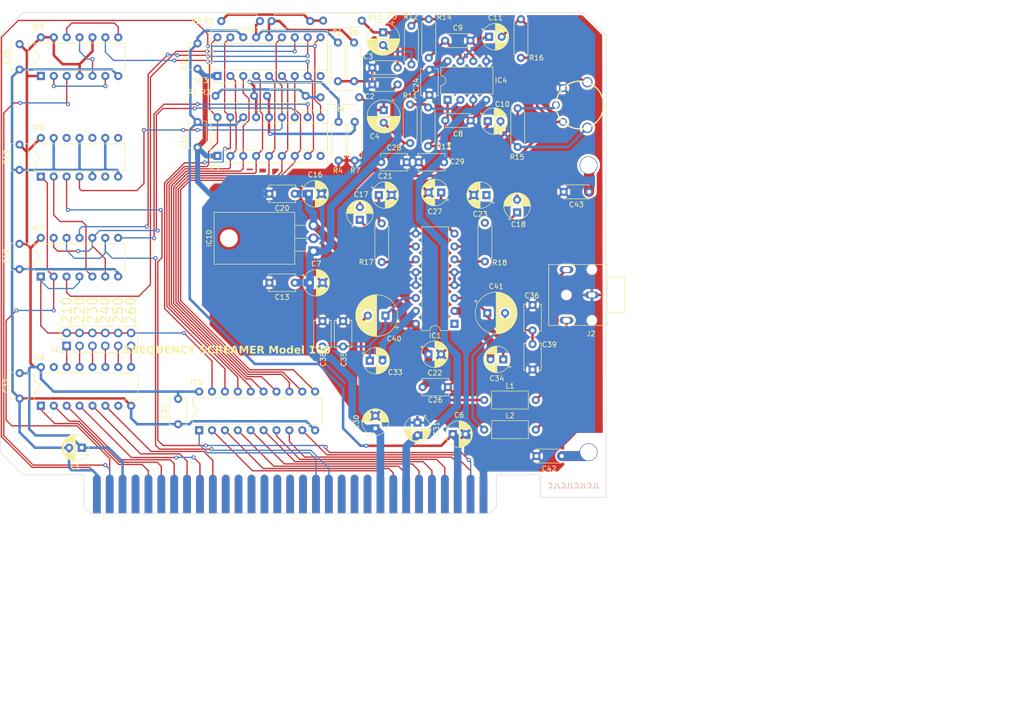
<source format=kicad_pcb>
(kicad_pcb (version 20240108) (generator "pcbnew") (generator_version "8.0")
  (layers (0 "F.Cu" signal) (31 "B.Cu" signal) (34 "B.Paste" user) (35 "F.Paste" user) (36 "B.SilkS" user "B.Silkscreen") (37 "F.SilkS" user "F.Silkscreen") (38 "B.Mask" user) (39 "F.Mask" user) (44 "Edge.Cuts" user))
  (net 0 "")
  (net 1 "GNDA")
  (net 2 "/RESET")
  (net 3 "+5VA")
  (net 7 "-12VA")
  (net 9 "+12VA")
  (net 10 "GND")
  (net 13 "/~{IOW}")
  (net 14 "/~{IOR}")
  (net 29 "VCC")
  (net 30 "/ISA_CLK")
  (net 32 "/D7")
  (net 33 "/D6")
  (net 34 "/D5")
  (net 35 "/D4")
  (net 36 "/D3")
  (net 37 "/D2")
  (net 38 "/D1")
  (net 39 "/D0")
  (net 52 "/A9")
  (net 53 "/A8")
  (net 54 "/A7")
  (net 55 "/A6")
  (net 56 "/A5")
  (net 57 "/A4")
  (net 60 "/A1")
  (net 61 "/A0")
  (net 62 "Net-(C2-Pad1)")
  (net 63 "Net-(C3-Pad1)")
  (net 64 "Net-(C4-Pad2)")
  (net 65 "Net-(C5-Pad2)")
  (net 66 "Net-(C10-Pad2)")
  (net 67 "Net-(C11-Pad2)")
  (net 68 "+9VA")
  (net 69 "Net-(C17-Pad1)")
  (net 70 "Net-(C10-Pad1)")
  (net 71 "Net-(C18-Pad1)")
  (net 72 "Net-(C11-Pad1)")
  (net 73 "Net-(C21-Pad1)")
  (net 74 "Net-(C23-Pad1)")
  (net 75 "Net-(C17-Pad2)")
  (net 76 "Net-(C18-Pad2)")
  (net 77 "Net-(C27-Pad1)")
  (net 78 "Net-(C33-Pad1)")
  (net 79 "Net-(C33-Pad2)")
  (net 80 "Net-(C40-Pad2)")
  (net 81 "Net-(C41-Pad2)")
  (net 82 "Net-(C42-Pad1)")
  (net 83 "Net-(C43-Pad1)")
  (net 85 "Net-(IC1-Pad6)")
  (net 86 "Net-(IC1-Pad11)")
  (net 87 "/DB2")
  (net 88 "/DB3")
  (net 89 "/DB4")
  (net 90 "/DB5")
  (net 91 "/DB6")
  (net 92 "/DB7")
  (net 93 "/FM_CLK")
  (net 95 "/~{WE_L}")
  (net 96 "/~{CS_L}")
  (net 97 "/~{RESET}")
  (net 98 "/MO_L")
  (net 99 "/RO_L")
  (net 100 "/DB0")
  (net 101 "/DB1")
  (net 103 "/~{WE_R}")
  (net 104 "/~{CS_R}")
  (net 105 "/MO_R")
  (net 106 "/RO_R")
  (net 107 "Net-(IC4-Pad2)")
  (net 108 "Net-(IC4-Pad6)")
  (net 109 "/~{CARD_SEL}")
  (net 111 "Net-(IC6-Pad9)")
  (net 112 "Net-(IC6-Pad10)")
  (net 113 "Net-(IC6-Pad11)")
  (net 114 "Net-(IC6-Pad12)")
  (net 115 "Net-(IC6-Pad13)")
  (net 116 "Net-(IC6-Pad14)")
  (net 118 "/~{A1}")
  (net 123 "Net-(IC9-Pad2)")
  (net 124 "Net-(C34-Pad1)")
  (net 125 "Net-(IC9-Pad12)")
  (net 126 "Net-(J2-Pad2)")
  (net 127 "Net-(J2-Pad3)")
  (net 128 "Net-(R1-Pad1)")
  (net 129 "Net-(R10-Pad2)")
  (net 131 "Net-(C34-Pad2)")
  (net 132 "Net-(IC9-Pad11)")
  (footprint "Capacitor_THT:C_Disc_D5.1mm_W3.2mm_P5.00mm" (layer "F.Cu") (at 266.402 17.497 90)
    (property "Reference" "C36")
    (property "Value" "0.1uF")
  )
  (footprint "ym2413-stereo-isa:GB_BOURNS_PDB08-DUAL" (layer "F.Cu") (at 275.706 -26.92 90)
    (property "Reference" "RV1" (hide yes))
    (property "Value" "50K")
  )
  (footprint "Capacitor_THT:C_Disc_D4.7mm_W2.5mm_P5.00mm" (layer "F.Cu") (at 277.538 -9.808 180)
    (property "Reference" "C43")
    (property "Value" "680pF")
  )
  (footprint "Resistor_THT:R_Axial_DIN0207_L6.3mm_D2.5mm_P7.62mm_Horizontal" (layer "F.Cu") (at 263.481 -26.278621 -90)
    (property "Reference" "R15")
    (property "Value" "15K")
  )
  (footprint "Capacitor_THT:CP_Radial_D5.0mm_P2.50mm" (layer "F.Cu") (at 245.892887 22.196)
    (property "Reference" "C22")
    (property "Value" "47uF 16V")
  )
  (footprint "Package_DIP:DIP-18_W7.62mm_Socket" (layer "F.Cu") (at 204.309 -16.890621 90)
    (property "Reference" "IC2")
    (property "Value" "YM2413")
  )
  (footprint "Capacitor_THT:C_Disc_D5.1mm_W3.2mm_P5.00mm" (layer "F.Cu") (at 196.552 30.986 -90)
    (property "Reference" "C37")
    (property "Value" "0.1uF")
  )
  (footprint "Capacitor_THT:C_Disc_D5.1mm_W3.2mm_P5.00mm" (layer "F.Cu") (at 200.3874 -23.571621 -90)
    (property "Reference" "C14")
    (property "Value" "0.1uF")
  )
  (footprint "Package_DIP:DIP-20_W7.62mm" (layer "F.Cu") (at 200.6972 37.172 90)
    (property "Reference" "IC5")
    (property "Value" "74LS245")
  )
  (footprint "Package_DIP:DIP-14_W7.62mm" (layer "F.Cu") (at 169.4906 6.8798 90)
    (property "Reference" "IC7")
    (property "Value" "74LS32")
  )
  (footprint "Capacitor_THT:CP_Radial_D5.0mm_P2.50mm" (layer "F.Cu") (at 257.320113 -9.173 180)
    (property "Reference" "C23")
    (property "Value" "47uF 16V")
  )
  (footprint "Capacitor_THT:C_Disc_D5.1mm_W3.2mm_P5.00mm" (layer "F.Cu") (at 200.3874 -39.065621 -90)
    (property "Reference" "C15")
    (property "Value" "0.1uF")
  )
  (footprint "Resistor_THT:R_Axial_DIN0207_L6.3mm_D2.5mm_P7.62mm_Horizontal" (layer "F.Cu") (at 205.061 -43.463)
    (property "Reference" "R2")
    (property "Value" "4.7K")
  )
  (footprint "Resistor_THT:R_Axial_DIN0207_L6.3mm_D2.5mm_P7.62mm_Horizontal" (layer "F.Cu") (at 245.828 -18.825 90)
    (property "Reference" "R13")
    (property "Value" "10K")
  )
  (footprint "Capacitor_THT:CP_Radial_D5.0mm_P2.50mm" (layer "F.Cu") (at 177.564113 40.611 180)
    (property "Reference" "C1")
    (property "Value" "10uF 16V")
  )
  (footprint "Capacitor_THT:C_Disc_D5.1mm_W3.2mm_P5.00mm" (layer "F.Cu") (at 165.31 -38.9164 -90)
    (property "Reference" "C25")
    (property "Value" "0.1uF")
  )
  (footprint "Package_DIP:DIP-16_W7.62mm" (layer "F.Cu") (at 251.015 16.197 180)
    (property "Reference" "IC1")
    (property "Value" "TEA2025B")
  )
  (footprint "Resistor_THT:R_Axial_DIN0207_L6.3mm_D2.5mm_P7.62mm_Horizontal" (layer "F.Cu") (at 232.747 -43.550621 180)
    (property "Reference" "R10")
    (property "Value" "10K")
  )
  (footprint "Resistor_THT:R_Axial_DIN0207_L6.3mm_D2.5mm_P7.62mm_Horizontal" (layer "F.Cu") (at 242.272 -27.040621 -90)
    (property "Reference" "R11")
    (property "Value" "3.3K")
  )
  (footprint "Capacitor_THT:C_Disc_D5.1mm_W3.2mm_P5.00mm" (layer "F.Cu") (at 244.725 28.673)
    (property "Reference" "C26")
    (property "Value" "0.1uF")
  )
  (footprint "Capacitor_THT:C_Disc_D5.1mm_W3.2mm_P5.00mm" (layer "F.Cu") (at 165.31 25.919 -90)
    (property "Reference" "C32")
    (property "Value" "0.1uF")
  )
  (footprint "Capacitor_THT:C_Disc_D4.7mm_W2.5mm_P5.00mm" (layer "F.Cu") (at 239.819 -30.977621 180)
    (property "Reference" "C2")
    (property "Value" "680pF")
  )
  (footprint "Capacitor_THT:C_Disc_D5.1mm_W3.2mm_P5.00mm" (layer "F.Cu") (at 165.2846 0.4428 -90)
    (property "Reference" "C12")
    (property "Value" "0.1uF")
  )
  (footprint "ym2413-stereo-isa:BUS_PC" (layer "F.Cu") (at 218.635 49.74)
    (property "Reference" "BUS1" (hide yes))
    (property "Value" "BUSPC")
  )
  (footprint "Resistor_THT:R_Axial_DIN0207_L6.3mm_D2.5mm_P7.62mm_Horizontal" (layer "F.Cu") (at 264.116 -36.224 90)
    (property "Reference" "R16")
    (property "Value" "15K")
  )
  (footprint "Resistor_THT:R_Axial_DIN0207_L6.3mm_D2.5mm_P7.62mm_Horizontal" (layer "F.Cu") (at 221.698 -28.731 180)
    (property "Reference" "R3")
    (property "Value" "4.7K")
  )
  (footprint "Capacitor_THT:C_Disc_D5.1mm_W3.2mm_P5.00mm" (layer "F.Cu") (at 243.963 -15.65)
    (property "Reference" "C29")
    (property "Value" "0.1uF")
  )
  (footprint "Package_DIP:DIP-14_W7.62mm" (layer "F.Cu") (at 169.516 -32.638621 90)
    (property "Reference" "IC9")
    (property "Value" "74LS74")
  )
  (footprint "Package_DIP:DIP-14_W7.62mm" (layer "F.Cu") (at 169.496 -12.8152 90)
    (property "Reference" "IC8")
    (property "Value" "74LS04")
  )
  (footprint "Resistor_THT:R_Axial_DIN0207_L6.3mm_D2.5mm_P7.62mm_Horizontal" (layer "F.Cu") (at 203.918 -28.731)
    (property "Reference" "R1")
    (property "Value" "4.7K")
  )
  (footprint "ym2413-stereo-isa:MNT_KEYSTONE_9202" (layer "F.Cu") (at 277.436 -15.03)
    (property "Reference" "H1" (hide yes))
    (property "Value" "9202" (hide yes))
  )
  (footprint "Capacitor_THT:C_Disc_D5.1mm_W3.2mm_P5.00mm" (layer "F.Cu") (at 236.597 -15.65)
    (property "Reference" "C28")
    (property "Value" "0.1uF")
  )
  (footprint "Capacitor_THT:CP_Radial_D5.0mm_P2.50mm" (layer "F.Cu") (at 235.414 36.816067 90)
    (property "Reference" "C30")
    (property "Value" "10uF 16V")
  )
  (footprint "Resistor_THT:R_Axial_DIN0207_L6.3mm_D2.5mm_P7.62mm_Horizontal" (layer "F.Cu") (at 231.223 -39.232621 -90)
    (property "Reference" "R8")
    (property "Value" "2.2K")
  )
  (footprint "Capacitor_THT:CP_Radial_D5.0mm_P2.50mm" (layer "F.Cu") (at 260.622113 23.212 180)
    (property "Reference" "C34")
    (property "Value" "100uF 16V")
  )
  (footprint "Resistor_THT:R_Axial_DIN0207_L6.3mm_D2.5mm_P7.62mm_Horizontal" (layer "F.Cu") (at 245.955 -36.224 90)
    (property "Reference" "R14")
    (property "Value" "10K")
  )
  (footprint "Inductor_THT:L_Axial_L7.0mm_D3.3mm_P10.16mm_Horizontal_Fastron_MICC" (layer "F.Cu") (at 256.877 31.213)
    (property "Reference" "L1")
    (property "Value" "BEAD")
  )
  (footprint "Capacitor_THT:CP_Radial_D5.0mm_P2.50mm" (layer "F.Cu") (at 222.524888 8.099)
    (property "Reference" "C7")
    (property "Value" "100uF 16V")
  )
  (footprint "Capacitor_THT:C_Disc_D5.1mm_W3.2mm_P5.00mm" (layer "F.Cu") (at 229.064 20.672 90)
    (property "Reference" "C35")
    (property "Value" "0.1uF")
  )
  (footprint "Capacitor_THT:CP_Radial_D5.0mm_P2.50mm" (layer "F.Cu") (at 257.830888 -40.375621)
    (property "Reference" "C11")
    (property "Value" "0.22uF 16V")
  )
  (footprint "Capacitor_THT:CP_Radial_D6.3mm_P2.50mm" (layer "F.Cu") (at 236.938 -41.236379 -90)
    (property "Reference" "C5")
    (property "Value" "1uF")
  )
  (footprint "Capacitor_THT:C_Disc_D4.7mm_W2.5mm_P5.00mm" (layer "F.Cu") (at 272.164 42.262 180)
    (property "Reference" "C42")
    (property "Value" "680pF")
  )
  (footprint "Capacitor_THT:CP_Radial_D5.0mm_P2.50mm" (layer "F.Cu") (at 243.7198 35.658 -90)
    (property "Reference" "C31")
    (property "Value" "10uF 16V")
  )
  (footprint "Capacitor_THT:C_Disc_D4.7mm_W2.5mm_P5.00mm" (layer "F.Cu") (at 239.819 -34.279621 180)
    (property "Reference" "C3")
    (property "Value" "680pF")
  )
  (footprint "Package_TO_SOT_THT:TO-220-3_Horizontal_TabDown" (layer "F.Cu") (at 223.225889 1.876 90)
    (property "Reference" "IC10")
    (property "Value" "LM7809_TO220")
  )
  (footprint "Capacitor_THT:CP_Radial_D8.0mm_P3.50mm" (layer "F.Cu") (at 237.419651 14.576 180)
    (property "Reference" "C40")
    (property "Value" "470uF 16V")
  )
  (footprint "Package_DIP:DIP-8_W7.62mm" (layer "F.Cu") (at 249.648 -27.939621 90)
    (property "Reference" "IC4")
    (property "Value" "TL072")
  )
  (footprint "Package_DIP:DIP-16_W7.62mm" (layer "F.Cu") (at 169.516 32.346 90)
    (property "Reference" "IC6")
    (property "Value" "74LS138")
  )
  (footprint "Resistor_THT:R_Axial_DIN0207_L6.3mm_D2.5mm_P7.62mm_Horizontal" (layer "F.Cu") (at 236.684 4.035 90)
    (property "Reference" "R17")
    (property "Value" "270R")
  )
  (footprint "ym2413-stereo-isa:CUI_SJ1-3553NG" (layer "F.Cu") (at 278.086 10.512 180)
    (property "Reference" "J2")
    (property "Value" "SJ1-3553NG")
  )
  (footprint "Connector_PinHeader_2.54mm:PinHeader_2x06_P2.54mm_Vertical" (layer "F.Cu") (at 174.581 20.545 90)
    (property "Reference" "J1")
    (property "Value" "Port Select")
  )
  (footprint "Resistor_THT:R_Axial_DIN0207_L6.3mm_D2.5mm_P7.62mm_Horizontal" (layer "F.Cu") (at 222.587 -43.463 180)
    (property "Reference" "R5")
    (property "Value" "4.7K")
  )
  (footprint "Capacitor_THT:C_Disc_D5.1mm_W3.2mm_P5.00mm" (layer "F.Cu") (at 165.29 -19.1224 -90)
    (property "Reference" "C19")
    (property "Value" "0.1uF")
  )
  (footprint "Capacitor_THT:CP_Radial_D5.0mm_P2.50mm" (layer "F.Cu") (at 257.576888 -23.738621)
    (property "Reference" "C10")
    (property "Value" "0.22uF 16V")
  )
  (footprint "Capacitor_THT:CP_Radial_D5.0mm_P2.50mm" (layer "F.Cu") (at 250.681664 37.944)
    (property "Reference" "C6")
    (property "Value" "10uF 16V")
  )
  (footprint "Package_DIP:DIP-18_W7.62mm_Socket" (layer "F.Cu") (at 204.309 -32.638621 90)
    (property "Reference" "IC3")
    (property "Value" "YM2413")
  )
  (footprint "Resistor_THT:R_Axial_DIN0207_L6.3mm_D2.5mm_P7.62mm_Horizontal" (layer "F.Cu") (at 232.239 -28.437621 180)
    (property "Reference" "R9")
    (property "Value" "10K")
  )
  (footprint "Resistor_THT:R_Axial_DIN0207_L6.3mm_D2.5mm_P7.62mm_Horizontal" (layer "F.Cu") (at 228.175 -23.611621 -90)
    (property "Reference" "R4")
    (property "Value" "2.2K")
  )
  (footprint "Resistor_THT:R_Axial_DIN0207_L6.3mm_D2.5mm_P7.62mm_Horizontal" (layer "F.Cu") (at 228.048 -39.232621 -90)
    (property "Reference" "R6")
    (property "Value" "2.2K")
  )
  (footprint "Capacitor_THT:CP_Radial_D8.0mm_P3.50mm" (layer "F.Cu") (at 257.480698 14.068)
    (property "Reference" "C41")
    (property "Value" "470uF 16V")
  )
  (footprint "Capacitor_THT:C_Disc_D5.1mm_W3.2mm_P5.00mm" (layer "F.Cu") (at 219.543889 -9.427 180)
    (property "Reference" "C20")
    (property "Value" "0.1uF")
  )
  (footprint "Inductor_THT:L_Axial_L7.0mm_D3.3mm_P10.16mm_Horizontal_Fastron_MICC" (layer "F.Cu") (at 256.877 37.055)
    (property "Reference" "L2")
    (property "Value" "BEAD")
  )
  (footprint "Capacitor_THT:C_Disc_D5.1mm_W3.2mm_P5.00mm" (layer "F.Cu") (at 225 20.672 90)
    (property "Reference" "C38")
    (property "Value" "0.1uF")
  )
  (footprint "Capacitor_THT:C_Disc_D4.7mm_W2.5mm_P5.00mm" (layer "F.Cu") (at 249.21 -23.865621)
    (property "Reference" "C8")
    (property "Value" "1000pF")
  )
  (footprint "Capacitor_THT:CP_Radial_D5.0mm_P2.50mm" (layer "F.Cu") (at 234.335888 23.466)
    (property "Reference" "C33")
    (property "Value" "100uF 16V")
  )
  (footprint "Capacitor_THT:C_Disc_D5.1mm_W3.2mm_P5.00mm" (layer "F.Cu") (at 219.543889 8.099 180)
    (property "Reference" "C13")
    (property "Value" "0.1uF")
  )
  (footprint "Capacitor_THT:C_Disc_D5.1mm_W3.2mm_P5.00mm" (layer "F.Cu") (at 246.082 -33.898 -90)
    (property "Reference" "C24")
    (property "Value" "0.1uF")
  )
  (footprint "Capacitor_THT:CP_Radial_D5.0mm_P2.50mm" (layer "F.Cu") (at 263.354 -5.744 90)
    (property "Reference" "C18")
    (property "Value" "10uF 16V")
  )
  (footprint "Capacitor_THT:CP_Radial_D5.0mm_P2.50mm" (layer "F.Cu") (at 222.315777 -9.427)
    (property "Reference" "C16")
    (property "Value" "100uF 16V")
  )
  (footprint "Capacitor_THT:C_Disc_D4.7mm_W2.5mm_P5.00mm" (layer "F.Cu") (at 249.17 -39.613621)
    (property "Reference" "C9")
    (property "Value" "1000pF")
  )
  (footprint "Capacitor_THT:C_Disc_D5.1mm_W3.2mm_P5.00mm" (layer "F.Cu") (at 266.402 20.204 -90)
    (property "Reference" "C39")
    (property "Value" "0.1uF")
  )
  (footprint "Resistor_THT:R_Axial_DIN0207_L6.3mm_D2.5mm_P7.62mm_Horizontal" (layer "F.Cu") (at 257.004 3.908 90)
    (property "Reference" "R18")
    (property "Value" "270R")
  )
  (footprint "Capacitor_THT:CP_Radial_D6.3mm_P2.50mm" (layer "F.Cu") (at 237.065 -25.937 -90)
    (property "Reference" "C4")
    (property "Value" "1uF")
  )
  (footprint "Resistor_THT:R_Axial_DIN0207_L6.3mm_D2.5mm_P7.62mm_Horizontal" (layer "F.Cu") (at 242.526 -42.534621 -90)
    (property "Reference" "R12")
    (property "Value" "3.3K")
  )
  (footprint "Resistor_THT:R_Axial_DIN0207_L6.3mm_D2.5mm_P7.62mm_Horizontal" (layer "F.Cu") (at 231.35 -23.611621 -90)
    (property "Reference" "R7")
    (property "Value" "2.2K")
  )
  (footprint "Capacitor_THT:CP_Radial_D5.0mm_P2.50mm" (layer "F.Cu") (at 248.385225 -9.681 180)
    (property "Reference" "C27")
    (property "Value" "100uF 16V")
  )
  (footprint "Capacitor_THT:CP_Radial_D5.0mm_P2.50mm" (layer "F.Cu") (at 232.366 -4.292552 90)
    (property "Reference" "C17")
    (property "Value" "10uF 16V")
  )
  (footprint "Capacitor_THT:CP_Radial_D5.0mm_P2.50mm" (layer "F.Cu") (at 236.113888 -9.173)
    (property "Reference" "C21")
    (property "Value" "47uF 16V")
  )
  (gr_line (start 165.945 45.945) (end 161.5 41.5) (stroke (width 0.1)) (layer "Edge.Cuts"))
  (gr_line (start 280.88 45.945) (end 280.88 50.39) (stroke (width 0.1)) (layer "Edge.Cuts"))
  (gr_line (start 258.02 53.565) (end 259.29 52.295) (stroke (width 0.1)) (layer "Edge.Cuts"))
  (gr_line (start 178.01 45.945) (end 165.945 45.945) (stroke (width 0.1)) (layer "Edge.Cuts"))
  (gr_line (start 165.945 -45.114) (end 161.5 -40.669) (stroke (width 0.1)) (layer "Edge.Cuts"))
  (gr_line (start 280.88 45.945) (end 280.88 -40.669) (stroke (width 0.1)) (layer "Edge.Cuts"))
  (gr_line (start 276.435 -45.114) (end 165.945 -45.114) (stroke (width 0.1)) (layer "Edge.Cuts"))
  (gr_line (start 179.28 53.565) (end 258.02 53.565) (stroke (width 0.1)) (layer "Edge.Cuts"))
  (gr_line (start 161.5 41.5) (end 161.5 -40.669) (stroke (width 0.1)) (layer "Edge.Cuts"))
  (gr_line (start 259.29 52.295) (end 259.29 45.945) (stroke (width 0.1)) (layer "Edge.Cuts"))
  (gr_line (start 259.29 45.945) (end 267.926 45.945) (stroke (width 0.1)) (layer "Edge.Cuts"))
  (gr_line (start 178.01 45.945) (end 178.01 52.295) (stroke (width 0.1)) (layer "Edge.Cuts"))
  (gr_line (start 267.926 50.39) (end 267.926 45.945) (stroke (width 0.1)) (layer "Edge.Cuts"))
  (gr_line (start 280.88 50.39) (end 267.926 50.39) (stroke (width 0.1)) (layer "Edge.Cuts"))
  (gr_line (start 276.435 -45.114) (end 280.88 -40.669) (stroke (width 0.1)) (layer "Edge.Cuts"))
  (gr_line (start 178.01 52.295) (end 179.28 53.565) (stroke (width 0.1)) (layer "Edge.Cuts"))
  (gr_text "JLCJLCJLCJLC" (at 274.53 48.104 0) (layer "B.SilkS") (effects (font (size 1 1)) (justify mirror)))
  (gr_text "250" (at 184.741 13.56 90) (layer "F.SilkS") (effects (font (size 1.905 1.905) (thickness 0.254))))
  (gr_text "FREQUENCY SCREAMER Model 100" (at 206.204 21.434 0) (layer "F.SilkS") (effects (font (size 1.5 1.5) (thickness 0.3) (bold yes))))
  (gr_text "240" (at 182.201 13.56 90) (layer "F.SilkS") (effects (font (size 1.905 1.905) (thickness 0.254))))
  (gr_text "210" (at 174.581 13.56 90) (layer "F.SilkS") (effects (font (size 1.905 1.905) (thickness 0.254))))
  (gr_text "220" (at 177.121 13.56 90) (layer "F.SilkS") (effects (font (size 1.905 1.905) (thickness 0.254))))
  (gr_text "230" (at 179.661 13.56 90) (layer "F.SilkS") (effects (font (size 1.905 1.905) (thickness 0.254))))
  (gr_text "260" (at 187.281 13.56 90) (layer "F.SilkS") (effects (font (size 1.905 1.905) (thickness 0.254))))
  (segment (start 201.8874 -20.071621) (end 201.8874 -32.565621) (width 1) (layer "F.Cu") (net 1))
  (segment (start 200.3874 -18.571621) (end 201.8874 -20.071621) (width 1) (layer "F.Cu") (net 1))
  (segment (start 234.819 -34.279621) (end 234.819 -30.977621) (width 0.5) (layer "F.Cu") (net 1))
  (segment (start 234.184 -31.612621) (end 234.819 -30.977621) (width 0.5) (layer "F.Cu") (net 1))
  (segment (start 228.048 -31.612621) (end 231.223 -31.612621) (width 0.5) (layer "F.Cu") (net 1))
  (segment (start 201.8874 -32.565621) (end 200.3874 -34.065621) (width 1) (layer "F.Cu") (net 1))
  (segment (start 231.223 -31.612621) (end 234.184 -31.612621) (width 0.5) (layer "F.Cu") (net 1))
  (segment (start 204.309 -32.638621) (end 201.9604 -32.638621) (width 1) (layer "B.Cu") (net 1))
  (segment (start 202.0684 -16.890621) (end 204.309 -16.890621) (width 1) (layer "B.Cu") (net 1))
  (segment (start 201.8874 -32.565621) (end 200.3874 -34.065621) (width 1) (layer "B.Cu") (net 1))
  (segment (start 202.775 -9.427) (end 200.3874 -11.8146) (width 1) (layer "B.Cu") (net 1))
  (segment (start 200.3874 -18.571621) (end 202.0684 -16.890621) (width 1) (layer "B.Cu") (net 1))
  (segment (start 214.543889 -9.427) (end 202.775 -9.427) (width 1) (layer "B.Cu") (net 1))
  (segment (start 256.735 41.497336) (end 256.735 50.121) (width 1.5) (layer "B.Cu") (net 1))
  (segment (start 253.181664 37.944) (end 256.735 41.497336) (width 1.5) (layer "B.Cu") (net 1))
  (segment (start 224.815777 -9.427) (end 228.175 -12.786223) (width 1) (layer "B.Cu") (net 1))
  (segment (start 200.3874 -11.8146) (end 200.3874 -18.571621) (width 1) (layer "B.Cu") (net 1))
  (segment (start 201.9604 -32.638621) (end 201.8874 -32.565621) (width 1) (layer "B.Cu") (net 1))
  (segment (start 252.363 41.558) (end 226.397 41.558) (width 0.25) (layer "F.Cu") (net 2))
  (segment (start 174.576 -12.8152) (end 174.576 -6.511) (width 0.25) (layer "F.Cu") (net 2))
  (segment (start 174.576 -6.511) (end 174.835 -6.252) (width 0.25) (layer "F.Cu") (net 2))
  (segment (start 192.557 3.966) (end 193.377 3.146) (width 0.25) (layer "F.Cu") (net 2))
  (segment (start 193.377 3.146) (end 193.377 -5.998) (width 0.25) (layer "F.Cu") (net 2))
  (segment (start 192.557 39.156) (end 192.557 6.252) (width 0.25) (layer "F.Cu") (net 2))
  (segment (start 202.013 40.178) (end 193.579 40.178) (width 0.25) (layer "F.Cu") (net 2))
  (segment (start 193.579 40.178) (end 192.557 39.156) (width 0.25) (layer "F.Cu") (net 2))
  (segment (start 192.557 6.252) (end 192.557 3.966) (width 0.25) (layer "F.Cu") (net 2))
  (segment (start 193.377 -5.998) (end 193.123 -6.252) (width 0.25) (layer "F.Cu") (net 2))
  (segment (start 226.397 41.558) (end 225.635 40.796) (width 0.25) (layer "F.Cu") (net 2))
  (segment (start 253.829 43.024) (end 252.363 41.558) (width 0.25) (layer "F.Cu") (net 2))
  (segment (start 225.635 40.796) (end 225.635 40.484) (width 0.25) (layer "F.Cu") (net 2))
  (via (at 225.635 40.484) (size 0.8) (drill 0.4) (layers "F.Cu" "B.Cu") (net 2))
  (via (at 202.013 40.178) (size 0.8) (drill 0.4) (layers "F.Cu" "B.Cu") (net 2))
  (via (at 174.835 -6.252) (size 0.8) (drill 0.4) (layers "F.Cu" "B.Cu") (net 2))
  (via (at 253.829 43.024) (size 0.8) (drill 0.4) (layers "F.Cu" "B.Cu") (net 2))
  (via (at 193.123 -6.252) (size 0.8) (drill 0.4) (layers "F.Cu" "B.Cu") (net 2))
  (segment (start 254.195 50.121) (end 254.195 43.39) (width 0.25) (layer "B.Cu") (net 2))
  (segment (start 254.195 43.39) (end 253.829 43.024) (width 0.25) (layer "B.Cu") (net 2))
  (segment (start 225.3285 40.1775) (end 202.0135 40.1775) (width 0.25) (layer "B.Cu") (net 2))
  (segment (start 225.635 40.484) (end 225.3285 40.1775) (width 0.25) (layer "B.Cu") (net 2))
  (segment (start 202.0135 40.1775) (end 202.013 40.178) (width 0.25) (layer "B.Cu") (net 2))
  (segment (start 193.123 -6.252) (end 174.835 -6.252) (width 0.25) (layer "B.Cu") (net 2))
  (segment (start 233.636 40.23) (end 248.395664 40.23) (width 0.5) (layer "F.Cu") (net 3))
  (segment (start 248.395664 40.23) (end 250.681664 37.944) (width 0.5) (layer "F.Cu") (net 3))
  (via (at 233.636 40.23) (size 0.8) (drill 0.4) (layers "F.Cu" "B.Cu") (net 3))
  (segment (start 207.855 -22.976621) (end 200.9824 -22.976621) (width 0.5) (layer "B.Cu") (net 3))
  (segment (start 229.064 36.801) (end 232.493 40.23) (width 0.5) (layer "B.Cu") (net 3))
  (segment (start 229.064 28.927) (end 229.064 36.801) (width 0.5) (layer "B.Cu") (net 3))
  (segment (start 209.389 -24.510621) (end 207.855 -22.976621) (width 0.5) (layer "B.Cu") (net 3))
  (segment (start 200.3874 -39.065621) (end 198.965 -37.643221) (width 0.5) (layer "B.Cu") (net 3))
  (segment (start 200.3874 -40.1864) (end 200.3874 -39.065621) (width 0.5) (layer "B.Cu") (net 3))
  (segment (start 198.965 -37.643221) (end 198.965 -24.994021) (width 0.5) (layer "B.Cu") (net 3))
  (segment (start 224.238 24.101) (end 229.064 28.927) (width 0.5) (layer "B.Cu") (net 3))
  (segment (start 208.089621 -41.558) (end 201.759 -41.558) (width 0.5) (layer "B.Cu") (net 3))
  (segment (start 198.838 11.274) (end 211.665 24.101) (width 0.5) (layer "B.Cu") (net 3))
  (segment (start 200.9824 -22.976621) (end 200.3874 -23.571621) (width 0.5) (layer "B.Cu") (net 3))
  (segment (start 232.493 40.23) (end 233.636 40.23) (width 0.5) (layer "B.Cu") (net 3))
  (segment (start 201.759 -41.558) (end 200.3874 -40.1864) (width 0.5) (layer "B.Cu") (net 3))
  (segment (start 200.3874 -23.571621) (end 198.838 -22.022221) (width 0.5) (layer "B.Cu") (net 3))
  (segment (start 198.965 -24.994021) (end 200.3874 -23.571621) (width 0.5) (layer "B.Cu") (net 3))
  (segment (start 251.655 50.121) (end 251.655 38.917336) (width 1.5) (layer "B.Cu") (net 3))
  (segment (start 251.655 38.917336) (end 250.681664 37.944) (width 1.5) (layer "B.Cu") (net 3))
  (segment (start 209.389 -40.258621) (end 208.089621 -41.558) (width 0.5) (layer "B.Cu") (net 3))
  (segment (start 198.838 -22.022221) (end 198.838 11.274) (width 0.5) (layer "B.Cu") (net 3))
  (segment (start 211.665 24.101) (end 224.238 24.101) (width 0.5) (layer "B.Cu") (net 3))
  (segment (start 249.003 0.479) (end 249.003 19.91) (width 1.5) (layer "B.Cu") (net 7))
  (segment (start 255.011379 -25.683) (end 253.502253 -25.683) (width 1.5) (layer "B.Cu") (net 7))
  (segment (start 257.268 -27.939621) (end 255.011379 -25.683) (width 1.5) (layer "B.Cu") (net 7))
  (segment (start 249.003 19.91) (end 251.543 22.45) (width 1.5) (layer "B.Cu") (net 7))
  (segment (start 244.119874 -11.949874) (end 244.119874 -4.404126) (width 1.5) (layer "B.Cu") (net 7))
  (segment (start 241.495 50.121) (end 241.495 40.3828) (width 1.5) (layer "B.Cu") (net 7))
  (segment (start 244.119874 -4.404126) (end 249.003 0.479) (width 1.5) (layer "B.Cu") (net 7))
  (segment (start 251.543 22.45) (end 251.543 32.356) (width 1.5) (layer "B.Cu") (net 7))
  (segment (start 245.741 38.158) (end 243.7198 38.158) (width 1.5) (layer "B.Cu") (net 7))
  (segment (start 241.495 40.3828) (end 243.7198 38.158) (width 1.5) (layer "B.Cu") (net 7))
  (segment (start 248.963 -21.143747) (end 248.963 -16.793) (width 1.5) (layer "B.Cu") (net 7))
  (segment (start 251.543 32.356) (end 245.741 38.158) (width 1.5) (layer "B.Cu") (net 7))
  (segment (start 253.502253 -25.683) (end 248.963 -21.143747) (width 1.5) (layer "B.Cu") (net 7))
  (segment (start 248.963 -16.793) (end 244.119874 -11.949874) (width 1.5) (layer "B.Cu") (net 7))
  (segment (start 223.73 22.831) (end 222.524888 21.625888) (width 1.5) (layer "B.Cu") (net 9))
  (segment (start 239.859 -27.842) (end 240.026 -27.842) (width 1.5) (layer "B.Cu") (net 9))
  (segment (start 226.651 0.733) (end 226.651 -6.847) (width 1.5) (layer "B.Cu") (net 9))
  (segment (start 222.524888 8.099) (end 222.524888 2.577001) (width 1.5) (layer "B.Cu") (net 9))
  (segment (start 247.986379 -33.898) (end 249.648 -35.559621) (width 1.5) (layer "B.Cu") (net 9))
  (segment (start 226.651 -6.847) (end 239.859 -20.055) (width 1.5) (layer "B.Cu") (net 9))
  (segment (start 240.026 -27.842) (end 246.082 -33.898) (width 1.5) (layer "B.Cu") (net 9))
  (segment (start 230.842 27.149) (end 226.524 22.831) (width 1.5) (layer "B.Cu") (net 9))
  (segment (start 236.415 50.121) (end 236.415 37.817067) (width 1.5) (layer "B.Cu") (net 9))
  (segment (start 222.524888 2.577001) (end 223.225889 1.876) (width 1.5) (layer "B.Cu") (net 9))
  (segment (start 233.270067 36.816067) (end 230.842 34.388) (width 1.5) (layer "B.Cu") (net 9))
  (segment (start 235.414 36.816067) (end 233.270067 36.816067) (width 1.5) (layer "B.Cu") (net 9))
  (segment (start 223.225889 1.876) (end 225.508 1.876) (width 1.5) (layer "B.Cu") (net 9))
  (segment (start 225.508 1.876) (end 226.651 0.733) (width 1.5) (layer "B.Cu") (net 9))
  (segment (start 246.082 -33.898) (end 247.986379 -33.898) (width 1.5) (layer "B.Cu") (net 9))
  (segment (start 226.524 22.831) (end 223.73 22.831) (width 1.5) (layer "B.Cu") (net 9))
  (segment (start 222.524888 21.625888) (end 222.524888 8.099) (width 1.5) (layer "B.Cu") (net 9))
  (segment (start 230.842 34.388) (end 230.842 27.149) (width 1.5) (layer "B.Cu") (net 9))
  (segment (start 236.415 37.817067) (end 235.414 36.816067) (width 1.5) (layer "B.Cu") (net 9))
  (segment (start 222.524888 8.099) (end 219.543889 8.099) (width 1.5) (layer "B.Cu") (net 9))
  (segment (start 239.859 -20.055) (end 239.859 -27.842) (width 1.5) (layer "B.Cu") (net 9))
  (segment (start 185.869 30.919) (end 187.296 32.346) (width 0.5) (layer "F.Cu") (net 10))
  (segment (start 165.31 30.919) (end 185.869 30.919) (width 0.5) (layer "F.Cu") (net 10))
  (segment (start 183.9898 5.4428) (end 184.7306 6.1836) (width 0.5) (layer "B.Cu") (net 10))
  (segment (start 179.6574 -14.1224) (end 182.4586 -14.1224) (width 0.5) (layer "B.Cu") (net 10))
  (segment (start 184.4906 -14.1224) (end 184.736 -13.877) (width 0.5) (layer "B.Cu") (net 10))
  (segment (start 163.9094 -14.1224) (end 163.825 -14.038) (width 0.5) (layer "B.Cu") (net 10))
  (segment (start 199.346 35.404) (end 221.7892 35.404) (width 0.5) (layer "B.Cu") (net 10))
  (segment (start 177.116 -20.4352) (end 177.116 -14.385) (width 0.5) (layer "B.Cu") (net 10))
  (segment (start 179.661 45.056) (end 175.597 45.056) (width 0.5) (layer "B.Cu") (net 10))
  (segment (start 182.4586 -14.1224) (end 184.4906 -14.1224) (width 0.5) (layer "B.Cu") (net 10))
  (segment (start 188.498 35.986) (end 196.552 35.986) (width 0.5) (layer "B.Cu") (net 10))
  (segment (start 163.9238 5.4428) (end 163.825 5.344) (width 0.5) (layer "B.Cu") (net 10))
  (segment (start 177.116 -14.385) (end 177.3786 -14.1224) (width 0.5) (layer "B.Cu") (net 10))
  (segment (start 165.2846 5.4428) (end 183.9898 5.4428) (width 0.5) (layer "B.Cu") (net 10))
  (segment (start 180.677 49.979) (end 180.677 46.072) (width 0.5) (layer "B.Cu") (net 10))
  (segment (start 182.196 -20.4352) (end 182.196 -14.385) (width 0.5) (layer "B.Cu") (net 10))
  (segment (start 179.656 -12.8152) (end 179.656 -14.121) (width 0.5) (layer "B.Cu") (net 10))
  (segment (start 172.036 -20.4352) (end 172.036 -14.385) (width 0.5) (layer "B.Cu") (net 10))
  (segment (start 163.825 -32.4314) (end 165.31 -33.9164) (width 0.5) (layer "B.Cu") (net 10))
  (segment (start 165.31 37.563) (end 165.31 30.919) (width 0.5) (layer "B.Cu") (net 10))
  (segment (start 182.196 -14.385) (end 182.4586 -14.1224) (width 0.5) (layer "B.Cu") (net 10))
  (segment (start 172.036 -14.385) (end 172.2986 -14.1224) (width 0.5) (layer "B.Cu") (net 10))
  (segment (start 175.064113 44.523113) (end 175.064113 40.611) (width 0.5) (layer "B.Cu") (net 10))
  (segment (start 180.677 46.072) (end 179.661 45.056) (width 0.5) (layer "B.Cu") (net 10))
  (segment (start 163.825 14.742) (end 163.825 5.344) (width 0.5) (layer "B.Cu") (net 10))
  (segment (start 163.913 14.83) (end 163.825 14.742) (width 0.5) (layer "B.Cu") (net 10))
  (segment (start 163.825 5.344) (end 163.825 -14.038) (width 0.5) (layer "B.Cu") (net 10))
  (segment (start 163.913 29.522) (end 163.913 14.83) (width 0.5) (layer "B.Cu") (net 10))
  (segment (start 184.7306 6.1836) (end 184.7306 6.8798) (width 0.5) (layer "B.Cu") (net 10))
  (segment (start 221.7892 35.404) (end 223.5572 37.172) (width 0.5) (layer "B.Cu") (net 10))
  (segment (start 187.296 34.784) (end 188.498 35.986) (width 0.5) (layer "B.Cu") (net 10))
  (segment (start 175.597 45.056) (end 175.064113 44.523113) (width 0.5) (layer "B.Cu") (net 10))
  (segment (start 165.2846 5.4428) (end 163.9238 5.4428) (width 0.5) (layer "B.Cu") (net 10))
  (segment (start 187.296 32.346) (end 187.296 34.784) (width 0.5) (layer "B.Cu") (net 10))
  (segment (start 165.29 -14.1224) (end 172.2986 -14.1224) (width 0.5) (layer "B.Cu") (net 10))
  (segment (start 183.478221 -33.9164) (end 184.756 -32.638621) (width 0.5) (layer "B.Cu") (net 10))
  (segment (start 165.29 -14.1224) (end 163.9094 -14.1224) (width 0.5) (layer "B.Cu") (net 10))
  (segment (start 179.656 -14.121) (end 179.6574 -14.1224) (width 0.5) (layer "B.Cu") (net 10))
  (segment (start 163.825 -14.038) (end 163.825 -32.4314) (width 0.5) (layer "B.Cu") (net 10))
  (segment (start 180.535 50.121) (end 180.677 49.979) (width 0.5) (layer "B.Cu") (net 10))
  (segment (start 172.2986 -14.1224) (end 177.3786 -14.1224) (width 0.5) (layer "B.Cu") (net 10))
  (segment (start 196.552 35.986) (end 198.764 35.986) (width 0.5) (layer "B.Cu") (net 10))
  (segment (start 168.358 40.611) (end 165.31 37.563) (width 0.5) (layer "B.Cu") (net 10))
  (segment (start 165.31 -33.9164) (end 183.478221 -33.9164) (width 0.5) (layer "B.Cu") (net 10))
  (segment (start 198.764 35.986) (end 199.346 35.404) (width 0.5) (layer "B.Cu") (net 10))
  (segment (start 165.31 30.919) (end 163.913 29.522) (width 0.5) (layer "B.Cu") (net 10))
  (segment (start 184.736 -13.877) (end 184.736 -12.8152) (width 0.5) (layer "B.Cu") (net 10))
  (segment (start 177.3786 -14.1224) (end 179.6574 -14.1224) (width 0.5) (layer "B.Cu") (net 10))
  (segment (start 175.064113 40.611) (end 168.358 40.611) (width 0.5) (layer "B.Cu") (net 10))
  (segment (start 200.3245 40.9025) (end 192.9065 40.9025) (width 0.25) (layer "F.Cu") (net 13))
  (segment (start 192.9065 40.9025) (end 192.107 40.103) (width 0.25) (layer "F.Cu") (net 13))
  (segment (start 192.107 40.103) (end 192.107 3.273) (width 0.25) (layer "F.Cu") (net 13))
  (segment (start 203.156 40.9025) (end 200.3245 40.9025) (width 0.25) (layer "F.Cu") (net 13))
  (via (at 192.107 3.273) (size 0.8) (drill 0.4) (layers "F.Cu" "B.Cu") (net 13))
  (via (at 203.156 40.9025) (size 0.8) (drill 0.4) (layers "F.Cu" "B.Cu") (net 13))
  (segment (start 182.1906 -0.7402) (end 182.1906 2.2674) (width 0.25) (layer "B.Cu") (net 13))
  (segment (start 226.27 50.106) (end 226.27 44.675) (width 0.25) (layer "B.Cu") (net 13))
  (segment (start 176.105 3.273) (end 174.5706 1.7386) (width 0.25) (layer "B.Cu") (net 13))
  (segment (start 182.1906 2.2674) (end 181.185 3.273) (width 0.25) (layer "B.Cu") (net 13))
  (segment (start 226.27 44.675) (end 222.714 41.119) (width 0.25) (layer "B.Cu") (net 13))
  (segment (start 203.3725 41.119) (end 203.156 40.9025) (width 0.25) (layer "B.Cu") (net 13))
  (segment (start 182.1906 1.8656) (end 182.1906 -0.7402) (width 0.25) (layer "B.Cu") (net 13))
  (segment (start 181.185 3.273) (end 176.105 3.273) (width 0.25) (layer "B.Cu") (net 13))
  (segment (start 222.714 41.119) (end 203.3725 41.119) (width 0.25) (layer "B.Cu") (net 13))
  (segment (start 226.255 50.121) (end 226.27 50.106) (width 0.25) (layer "B.Cu") (net 13))
  (segment (start 183.598 3.273) (end 182.1906 1.8656) (width 0.25) (layer "B.Cu") (net 13))
  (segment (start 174.5706 1.7386) (end 174.5706 -0.7402) (width 0.25) (layer "B.Cu") (net 13))
  (segment (start 192.107 3.273) (end 183.598 3.273) (width 0.25) (layer "B.Cu") (net 13))
  (segment (start 222.46 41.627) (end 223.715 42.882) (width 0.25) (layer "B.Cu") (net 14))
  (segment (start 200.6972 37.172) (end 200.6972 39.9302) (width 0.25) (layer "B.Cu") (net 14))
  (segment (start 223.715 42.882) (end 223.715 50.121) (width 0.25) (layer "B.Cu") (net 14))
  (segment (start 202.394 41.627) (end 222.46 41.627) (width 0.25) (layer "B.Cu") (net 14))
  (segment (start 200.6972 39.9302) (end 202.394 41.627) (width 0.25) (layer "B.Cu") (net 14))
  (segment (start 177.136 -34.969) (end 179.676 -37.509) (width 0.5) (layer "F.Cu") (net 29))
  (segment (start 165.29 -19.1224) (end 166.7503 -17.6621) (width 0.5) (layer "F.Cu") (net 29))
  (segment (start 166.7503 0.5627) (end 167.469 1.2814) (width 0.5) (layer "F.Cu") (net 29))
  (segment (start 173.804 -34.969) (end 172.056 -36.717) (width 0.5) (layer "F.Cu") (net 29))
  (segment (start 166.7503 -17.6895) (end 169.496 -20.4352) (width 0.5) (layer "F.Cu") (net 29))
  (segment (start 172.056 -36.717) (end 172.056 -40.258621) (width 0.5) (layer "F.Cu") (net 29))
  (segment (start 166.7503 -32.8787) (end 166.7503 -17.6895) (width 0.5) (layer "F.Cu") (net 29))
  (segment (start 166.7503 -37.4761) (end 166.7503 -37.492921) (width 0.5) (layer "F.Cu") (net 29))
  (segment (start 177.136 -34.969) (end 173.804 -34.969) (width 0.5) (layer "F.Cu") (net 29))
  (segment (start 166.7503 -17.6621) (end 166.7503 0.5627) (width 0.5) (layer "F.Cu") (net 29))
  (segment (start 169.516 -32.638621) (end 166.990379 -32.638621) (width 0.5) (layer "F.Cu") (net 29))
  (segment (start 166.7503 -37.4761) (end 166.7503 -32.8787) (width 0.5) (layer "F.Cu") (net 29))
  (segment (start 165.31 -38.9164) (end 166.7503 -37.4761) (width 0.5) (layer "F.Cu") (net 29))
  (segment (start 166.990379 -32.638621) (end 166.7503 -32.8787) (width 0.5) (layer "F.Cu") (net 29))
  (segment (start 169.516 -40.258621) (end 172.056 -40.258621) (width 0.5) (layer "F.Cu") (net 29))
  (segment (start 165.2846 0.4428) (end 166.6304 0.4428) (width 0.5) (layer "F.Cu") (net 29))
  (segment (start 179.676 -37.509) (end 179.676 -40.258621) (width 0.5) (layer "F.Cu") (net 29))
  (segment (start 166.7503 -17.6621) (end 166.7503 -17.6895) (width 0.5) (layer "F.Cu") (net 29))
  (segment (start 166.7503 -37.492921) (end 169.516 -40.258621) (width 0.5) (layer "F.Cu") (net 29))
  (segment (start 167.469 23.974) (end 167.469 1.2814) (width 0.5) (layer "F.Cu") (net 29))
  (segment (start 177.136 -32.638621) (end 177.136 -34.969) (width 0.5) (layer "F.Cu") (net 29))
  (segment (start 168.221 24.726) (end 167.469 23.974) (width 0.5) (layer "F.Cu") (net 29))
  (segment (start 169.516 24.726) (end 168.221 24.726) (width 0.5) (layer "F.Cu") (net 29))
  (segment (start 167.469 1.2814) (end 169.4906 -0.7402) (width 0.5) (layer "F.Cu") (net 29))
  (segment (start 166.6304 0.4428) (end 166.7503 0.5627) (width 0.5) (layer "F.Cu") (net 29))
  (segment (start 169.516 24.726) (end 169.516 27.037) (width 0.5) (layer "B.Cu") (net 29))
  (segment (start 167.479 24.726) (end 169.516 24.726) (width 0.5) (layer "B.Cu") (net 29))
  (segment (start 185.615 43.39) (end 182.836 40.611) (width 0.5) (layer "B.Cu") (net 29))
  (segment (start 168.485 38.198) (end 167.215 36.928) (width 0.5) (layer "B.Cu") (net 29))
  (segment (start 196.415 29.552) (end 200.6972 29.552) (width 0.5) (layer "B.Cu") (net 29))
  (segment (start 196.552 30.986) (end 196.552 29.689) (width 0.5) (layer "B.Cu") (net 29))
  (segment (start 165.31 25.919) (end 166.794 25.919) (width 0.5) (layer "B.Cu") (net 29))
  (segment (start 166.794 25.919) (end 167.215 25.498) (width 0.5) (layer "B.Cu") (net 29))
  (segment (start 182.836 40.611) (end 177.564113 40.611) (width 0.5) (layer "B.Cu") (net 29))
  (segment (start 169.516 27.037) (end 172.031 29.552) (width 0.5) (layer "B.Cu") (net 29))
  (segment (start 172.031 29.552) (end 196.415 29.552) (width 0.5) (layer "B.Cu") (net 29))
  (segment (start 185.615 50.121) (end 185.615 43.39) (width 0.5) (layer "B.Cu") (net 29))
  (segment (start 167.215 25.498) (end 167.215 24.99) (width 0.5) (layer "B.Cu") (net 29))
  (segment (start 167.215 36.928) (end 167.215 25.498) (width 0.5) (layer "B.Cu") (net 29))
  (segment (start 175.151113 38.198) (end 168.485 38.198) (width 0.5) (layer "B.Cu") (net 29))
  (segment (start 167.215 24.99) (end 167.479 24.726) (width 0.5) (layer "B.Cu") (net 29))
  (segment (start 196.552 29.689) (end 196.415 29.552) (width 0.5) (layer "B.Cu") (net 29))
  (segment (start 177.564113 40.611) (end 175.151113 38.198) (width 0.5) (layer "B.Cu") (net 29))
  (segment (start 164.167 -27.334) (end 165.437 -27.334) (width 0.25) (layer "F.Cu") (net 30))
  (segment (start 167.977 44.04) (end 162.193 38.256) (width 0.25) (layer "F.Cu") (net 30))
  (segment (start 162.193 38.256) (end 162.193 -25.36) (width 0.25) (layer "F.Cu") (net 30))
  (segment (start 174.835 -27.08) (end 174.596 -27.319) (width 0.25) (layer "F.Cu") (net 30))
  (segment (start 182.201 44.04) (end 167.977 44.04) (width 0.25) (layer "F.Cu") (net 30))
  (segment (start 174.596 -27.319) (end 174.596 -32.638621) (width 0.25) (layer "F.Cu") (net 30))
  (segment (start 162.193 -25.36) (end 164.167 -27.334) (width 0.25) (layer "F.Cu") (net 30))
  (via (at 174.835 -27.08) (size 0.8) (drill 0.4) (layers "F.Cu" "B.Cu") (net 30))
  (via (at 182.201 44.04) (size 0.8) (drill 0.4) (layers "F.Cu" "B.Cu") (net 30))
  (via (at 165.437 -27.334) (size 0.8) (drill 0.4) (layers "F.Cu" "B.Cu") (net 30))
  (segment (start 165.437 -27.334) (end 174.581 -27.334) (width 0.25) (layer "B.Cu") (net 30))
  (segment (start 183.075 44.914) (end 182.201 44.04) (width 0.25) (layer "B.Cu") (net 30))
  (segment (start 183.075 50.121) (end 183.075 44.914) (width 0.25) (layer "B.Cu") (net 30))
  (segment (start 174.581 -27.334) (end 174.835 -27.08) (width 0.25) (layer "B.Cu") (net 30))
  (segment (start 251.035 42.008) (end 254.195 45.168) (width 0.25) (layer "F.Cu") (net 32))
  (segment (start 221.0172 37.172) (end 225.8532 42.008) (width 0.25) (layer "F.Cu") (net 32))
  (segment (start 225.8532 42.008) (end 251.035 42.008) (width 0.25) (layer "F.Cu") (net 32))
  (segment (start 254.195 45.168) (end 254.195 50.121) (width 0.25) (layer "F.Cu") (net 32))
  (segment (start 250.469 42.458) (end 251.655 43.644) (width 0.25) (layer "F.Cu") (net 33))
  (segment (start 221.513 42.458) (end 250.469 42.458) (width 0.25) (layer "F.Cu") (net 33))
  (segment (start 218.4772 39.4222) (end 221.513 42.458) (width 0.25) (layer "F.Cu") (net 33))
  (segment (start 251.655 43.644) (end 251.655 50.121) (width 0.25) (layer "F.Cu") (net 33))
  (segment (start 218.4772 37.172) (end 218.4772 39.4222) (width 0.25) (layer "F.Cu") (net 33))
  (segment (start 220.54183 42.908) (end 247.479 42.908) (width 0.25) (layer "F.Cu") (net 34))
  (segment (start 215.9372 37.172) (end 215.9372 38.30337) (width 0.25) (layer "F.Cu") (net 34))
  (segment (start 249.115 44.544) (end 249.115 50.121) (width 0.25) (layer "F.Cu") (net 34))
  (segment (start 215.9372 38.30337) (end 220.54183 42.908) (width 0.25) (layer "F.Cu") (net 34))
  (segment (start 247.479 42.908) (end 249.115 44.544) (width 0.25) (layer "F.Cu") (net 34))
  (segment (start 244.812 43.358) (end 246.575 45.121) (width 0.25) (layer "F.Cu") (net 35))
  (segment (start 219.5832 43.358) (end 244.812 43.358) (width 0.25) (layer "F.Cu") (net 35))
  (segment (start 246.575 45.121) (end 246.575 50.121) (width 0.25) (layer "F.Cu") (net 35))
  (segment (start 213.3972 37.172) (end 219.5832 43.358) (width 0.25) (layer "F.Cu") (net 35))
  (segment (start 244.035 45.168) (end 244.035 50.121) (width 0.25) (layer "F.Cu") (net 36))
  (segment (start 242.675 43.808) (end 244.035 45.168) (width 0.25) (layer "F.Cu") (net 36))
  (segment (start 217.4932 43.808) (end 242.675 43.808) (width 0.25) (layer "F.Cu") (net 36))
  (segment (start 210.8572 37.172) (end 217.4932 43.808) (width 0.25) (layer "F.Cu") (net 36))
  (segment (start 241.495 45.767) (end 241.495 50.121) (width 0.25) (layer "F.Cu") (net 37))
  (segment (start 208.3172 37.172) (end 215.4032 44.258) (width 0.25) (layer "F.Cu") (net 37))
  (segment (start 239.986 44.258) (end 241.495 45.767) (width 0.25) (layer "F.Cu") (net 37))
  (segment (start 215.4032 44.258) (end 239.986 44.258) (width 0.25) (layer "F.Cu") (net 37))
  (segment (start 238.955 50.121) (end 238.955 45.582) (width 0.25) (layer "F.Cu") (net 38))
  (segment (start 238.955 45.582) (end 238.081 44.708) (width 0.25) (layer "F.Cu") (net 38))
  (segment (start 213.3132 44.708) (end 205.7772 37.172) (width 0.25) (layer "F.Cu") (net 38))
  (segment (start 238.081 44.708) (end 213.3132 44.708) (width 0.25) (layer "F.Cu") (net 38))
  (segment (start 203.2372 37.172) (end 211.2232 45.158) (width 0.25) (layer "F.Cu") (net 39))
  (segment (start 236.049 45.158) (end 236.415 45.524) (width 0.25) (layer "F.Cu") (net 39))
  (segment (start 211.2232 45.158) (end 236.049 45.158) (width 0.25) (layer "F.Cu") (net 39))
  (segment (start 236.415 45.524) (end 236.415 50.121) (width 0.25) (layer "F.Cu") (net 39))
  (segment (start 191.2635 41.3525) (end 201.6115 41.3525) (width 0.25) (layer "F.Cu") (net 52))
  (segment (start 201.6115 41.3525) (end 203.395 43.136) (width 0.25) (layer "F.Cu") (net 52))
  (segment (start 203.395 43.136) (end 203.395 50.121) (width 0.25) (layer "F.Cu") (net 52))
  (segment (start 191.243 41.373) (end 191.2635 41.3525) (width 0.25) (layer "F.Cu") (net 52))
  (segment (start 182.216 32.346) (end 191.243 41.373) (width 0.25) (layer "F.Cu") (net 52))
  (segment (start 200.855 43.771) (end 200.855 50.121) (width 0.25) (layer "F.Cu") (net 53))
  (segment (start 187.3375 42.5475) (end 196.171 42.5475) (width 0.25) (layer "F.Cu") (net 53))
  (segment (start 186.925 42.135) (end 187.3375 42.5475) (width 0.25) (layer "F.Cu") (net 53))
  (segment (start 199.6 42.516) (end 200.855 43.771) (width 0.25) (layer "F.Cu") (net 53))
  (segment (start 177.136 32.346) (end 186.925 42.135) (width 0.25) (layer "F.Cu") (net 53))
  (via (at 196.171 42.5475) (size 0.8) (drill 0.4) (layers "F.Cu" "B.Cu") (net 53))
  (via (at 199.6 42.516) (size 0.8) (drill 0.4) (layers "F.Cu" "B.Cu") (net 53))
  (segment (start 196.2025 42.516) (end 199.6 42.516) (width 0.25) (layer "B.Cu") (net 53))
  (segment (start 196.171 42.5475) (end 196.2025 42.516) (width 0.25) (layer "B.Cu") (net 53))
  (segment (start 198.315 43.263) (end 198.315 50.121) (width 0.25) (layer "F.Cu") (net 54))
  (segment (start 179.676 32.346) (end 189.153 41.823) (width 0.25) (layer "F.Cu") (net 54))
  (segment (start 189.153 41.823) (end 196.875 41.823) (width 0.25) (layer "F.Cu") (net 54))
  (segment (start 196.875 41.823) (end 198.315 43.263) (width 0.25) (layer "F.Cu") (net 54))
  (segment (start 185.274 43.024) (end 185.3005 42.9975) (width 0.25) (layer "F.Cu") (net 55))
  (segment (start 174.596 32.346) (end 185.274 43.024) (width 0.25) (layer "F.Cu") (net 55))
  (segment (start 195.775 43.7445) (end 195.775 50.121) (width 0.25) (layer "F.Cu") (net 55))
  (segment (start 185.3005 42.9975) (end 195.028 42.9975) (width 0.25) (layer "F.Cu") (net 55))
  (segment (start 195.028 42.9975) (end 195.775 43.7445) (width 0.25) (layer "F.Cu") (net 55))
  (segment (start 175.114 35.404) (end 177.017604 35.404) (width 0.25) (layer "F.Cu") (net 56))
  (segment (start 192.43 43.474) (end 193.235 44.279) (width 0.25) (layer "F.Cu") (net 56))
  (segment (start 177.017604 35.404) (end 185.087604 43.474) (width 0.25) (layer "F.Cu") (net 56))
  (segment (start 172.056 32.346) (end 175.114 35.404) (width 0.25) (layer "F.Cu") (net 56))
  (segment (start 185.087604 43.474) (end 192.43 43.474) (width 0.25) (layer "F.Cu") (net 56))
  (segment (start 193.235 44.279) (end 193.235 50.121) (width 0.25) (layer "F.Cu") (net 56))
  (segment (start 169.516 33.133) (end 169.516 32.346) (width 0.25) (layer "F.Cu") (net 57))
  (segment (start 176.809 35.854) (end 172.237 35.854) (width 0.25) (layer "F.Cu") (net 57))
  (segment (start 189.451 43.924) (end 184.879 43.924) (width 0.25) (layer "F.Cu") (net 57))
  (segment (start 184.879 43.924) (end 176.809 35.854) (width 0.25) (layer "F.Cu") (net 57))
  (segment (start 172.237 35.854) (end 169.516 33.133) (width 0.25) (layer "F.Cu") (net 57))
  (segment (start 190.695 50.121) (end 190.695 45.168) (width 0.25) (layer "F.Cu") (net 57))
  (segment (start 190.695 45.168) (end 189.451 43.924) (width 0.25) (layer "F.Cu") (net 57))
  (segment (start 170.771 5.6202) (end 170.771 -11.5402) (width 0.25) (layer "F.Cu") (net 60))
  (segment (start 163.797 36.304) (end 162.643 35.15) (width 0.25) (layer "F.Cu") (net 60))
  (segment (start 172.0306 13.5496) (end 172.0306 6.8798) (width 0.25) (layer "F.Cu") (net 60))
  (segment (start 162.643 32.102) (end 162.643 15.592) (width 0.25) (layer "F.Cu") (net 60))
  (segment (start 172.0306 6.8798) (end 170.771 5.6202) (width 0.25) (layer "F.Cu") (net 60))
  (segment (start 183.075 50.121) (end 183.075 42.756396) (width 0.25) (layer "F.Cu") (net 60))
  (segment (start 172.041 13.56) (end 172.0306 13.5496) (width 0.25) (layer "F.Cu") (net 60))
  (segment (start 162.643 35.15) (end 162.643 32.102) (width 0.25) (layer "F.Cu") (net 60))
  (segment (start 170.771 -11.5402) (end 169.496 -12.8152) (width 0.25) (layer "F.Cu") (net 60))
  (segment (start 176.622604 36.304) (end 163.797 36.304) (width 0.25) (layer "F.Cu") (net 60))
  (segment (start 183.075 42.756396) (end 176.622604 36.304) (width 0.25) (layer "F.Cu") (net 60))
  (segment (start 162.643 15.592) (end 164.675 13.56) (width 0.25) (layer "F.Cu") (net 60))
  (via (at 172.041 13.56) (size 0.8) (drill 0.4) (layers "F.Cu" "B.Cu") (net 60))
  (via (at 164.675 13.56) (size 0.8) (drill 0.4) (layers "F.Cu" "B.Cu") (net 60))
  (segment (start 164.675 13.56) (end 172.041 13.56) (width 0.25) (layer "B.Cu") (net 60))
  (segment (start 223.494 -31.868) (end 223.494 -27.951) (width 0.25) (layer "F.Cu") (net 61))
  (segment (start 199.727 -43.59) (end 202.394 -40.923) (width 0.25) (layer "F.Cu") (net 61))
  (segment (start 223.504 -31.878) (end 223.494 -31.868) (width 0.25) (layer "F.Cu") (net 61))
  (segment (start 161.743 -40.277) (end 165.056 -43.59) (width 0.25) (layer "F.Cu") (net 61))
  (segment (start 165.056 -43.59) (end 199.727 -43.59) (width 0.25) (layer "F.Cu") (net 61))
  (segment (start 161.743 -32.657) (end 161.743 -40.277) (width 0.25) (layer "F.Cu") (net 61))
  (segment (start 161.743 38.442396) (end 161.743 -32.657) (width 0.25) (layer "F.Cu") (net 61))
  (segment (start 223.504 -38.538) (end 223.504 -31.878) (width 0.25) (layer "F.Cu") (net 61))
  (segment (start 223.504 -39.133621) (end 223.504 -38.538) (width 0.25) (layer "F.Cu") (net 61))
  (segment (start 179.095 44.49) (end 167.790604 44.49) (width 0.25) (layer "F.Cu") (net 61))
  (segment (start 180.535 50.121) (end 180.535 45.93) (width 0.25) (layer "F.Cu") (net 61))
  (segment (start 224.629 -26.816) (end 224.629 -24.510621) (width 0.25) (layer "F.Cu") (net 61))
  (segment (start 180.535 45.93) (end 179.095 44.49) (width 0.25) (layer "F.Cu") (net 61))
  (segment (start 223.494 -27.951) (end 224.629 -26.816) (width 0.25) (layer "F.Cu") (net 61))
  (segment (start 224.629 -40.258621) (end 223.504 -39.133621) (width 0.25) (layer "F.Cu") (net 61))
  (segment (start 166.261802 42.961198) (end 161.743 38.442396) (width 0.25) (layer "F.Cu") (net 61))
  (segment (start 202.394 -40.923) (end 202.394 -38.51) (width 0.25) (layer "F.Cu") (net 61))
  (segment (start 167.790604 44.49) (end 166.261802 42.961198) (width 0.25) (layer "F.Cu") (net 61))
  (via (at 223.504 -38.538) (size 0.8) (drill 0.4) (layers "F.Cu" "B.Cu") (net 61))
  (via (at 202.394 -38.51) (size 0.8) (drill 0.4) (layers "F.Cu" "B.Cu") (net 61))
  (segment (start 223.476 -38.51) (end 223.504 -38.538) (width 0.25) (layer "B.Cu") (net 61))
  (segment (start 202.394 -38.51) (end 223.476 -38.51) (width 0.25) (layer "B.Cu") (net 61))
  (segment (start 235.120621 -25.937) (end 237.065 -25.937) (width 0.5) (layer "F.Cu") (net 62))
  (segment (start 239.819 -30.977621) (end 237.065 -28.223621) (width 0.5) (layer "F.Cu") (net 62))
  (segment (start 232.62 -28.437621) (end 235.120621 -25.937) (width 0.5) (layer "F.Cu") (net 62))
  (segment (start 237.065 -28.223621) (end 237.065 -25.937) (width 0.5) (layer "F.Cu") (net 62))
  (segment (start 235.061242 -41.236379) (end 236.938 -41.236379) (width 0.5) (layer "F.Cu") (net 63))
  (segment (start 239.819 -39.359) (end 239.819 -34.279621) (width 0.5) (layer "F.Cu") (net 63))
  (segment (start 238.021621 -41.236379) (end 239.859 -39.399) (width 0.5) (layer "F.Cu") (net 63))
  (segment (start 239.859 -39.399) (end 239.819 -39.359) (width 0.5) (layer "F.Cu") (net 63))
  (segment (start 236.938 -41.236379) (end 238.021621 -41.236379) (width 0.5) (layer "F.Cu") (net 63))
  (segment (start 232.747 -43.550621) (end 235.061242 -41.236379) (width 0.5) (layer "F.Cu") (net 63))
  (segment (start 237.065 -23.437) (end 241.081379 -19.420621) (width 0.5) (layer "F.Cu") (net 64))
  (segment (start 241.081379 -19.420621) (end 242.272 -19.420621) (width 0.5) (layer "F.Cu") (net 64))
  (segment (start 242.526 -37.454621) (end 242.526 -34.914621) (width 0.5) (layer "B.Cu") (net 65))
  (segment (start 236.938 -38.736379) (end 238.219758 -37.454621) (width 0.5) (layer "B.Cu") (net 65))
  (segment (start 238.219758 -37.454621) (end 242.526 -37.454621) (width 0.5) (layer "B.Cu") (net 65))
  (segment (start 263.481 -18.658621) (end 273.444621 -18.658621) (width 0.5) (layer "B.Cu") (net 66))
  (segment (start 260.076888 -22.062733) (end 263.481 -18.658621) (width 0.5) (layer "B.Cu") (net 66))
  (segment (start 273.444621 -18.658621) (end 277.206 -22.42) (width 0.5) (layer "B.Cu") (net 66))
  (segment (start 260.076888 -23.738621) (end 260.076888 -22.062733) (width 0.5) (layer "B.Cu") (net 66))
  (segment (start 276.54 -31.42) (end 277.206 -31.42) (width 0.5) (layer "F.Cu") (net 67))
  (segment (start 260.330888 -40.375621) (end 263.799267 -43.844) (width 0.5) (layer "F.Cu") (net 67))
  (segment (start 264.116 -43.844) (end 276.54 -31.42) (width 0.5) (layer "F.Cu") (net 67))
  (segment (start 263.799267 -43.844) (end 264.116 -43.844) (width 0.5) (layer "F.Cu") (net 67))
  (segment (start 228.556 4.289) (end 236.303 12.036) (width 1.5) (layer "F.Cu") (net 68))
  (segment (start 236.303 12.036) (end 239.732 12.036) (width 1.5) (layer "F.Cu") (net 68))
  (segment (start 240.875 15.338) (end 241.734 16.197) (width 1.5) (layer "F.Cu") (net 68))
  (segment (start 245.892887 27.505113) (end 244.725 28.673) (width 1.5) (layer "F.Cu") (net 68))
  (segment (start 243.395 16.197) (end 243.395 19.698113) (width 1.5) (layer "F.Cu") (net 68))
  (segment (start 223.42393 -3.204) (end 228.556 1.92807) (width 1.5) (layer "F.Cu") (net 68))
  (segment (start 223.225889 -3.204) (end 223.42393 -3.204) (width 1.5) (layer "F.Cu") (net 68))
  (segment (start 245.892887 22.196) (end 245.892887 27.505113) (width 1.5) (layer "F.Cu") (net 68))
  (segment (start 243.395 19.698113) (end 245.892887 22.196) (width 1.5) (layer "F.Cu") (net 68))
  (segment (start 239.732 12.036) (end 240.875 13.179) (width 1.5) (layer "F.Cu") (net 68))
  (segment (start 228.556 1.92807) (end 228.556 4.289) (width 1.5) (layer "F.Cu") (net 68))
  (segment (start 240.875 13.179) (end 240.875 15.338) (width 1.5) (layer "F.Cu") (net 68))
  (segment (start 241.734 16.197) (end 243.395 16.197) (width 1.5) (layer "F.Cu") (net 68))
  (segment (start 222.315777 -9.427) (end 222.315777 -6.523223) (width 1.5) (layer "B.Cu") (net 68))
  (segment (start 222.315777 -9.427) (end 219.543889 -9.427) (width 1.5) (layer "B.Cu") (net 68))
  (segment (start 222.315777 -6.523223) (end 223.225889 -5.613111) (width 1.5) (layer "B.Cu") (net 68))
  (segment (start 223.225889 -3.204) (end 223.225889 -5.613111) (width 1.5) (layer "B.Cu") (net 68))
  (segment (start 237.518112 0.957) (end 243.395 0.957) (width 0.5) (layer "F.Cu") (net 69))
  (segment (start 232.366 -4.195112) (end 237.518112 0.957) (width 0.5) (layer "F.Cu") (net 69))
  (segment (start 249.21 -22.207) (end 245.828 -18.825) (width 0.5) (layer "F.Cu") (net 70))
  (segment (start 257.576888 -22.826888) (end 253.575 -18.825) (width 0.5) (layer "F.Cu") (net 70))
  (segment (start 249.21 -23.865621) (end 249.21 -22.207) (width 0.5) (layer "F.Cu") (net 70))
  (segment (start 249.648 -27.939621) (end 249.648 -24.303621) (width 0.5) (layer "F.Cu") (net 70))
  (segment (start 249.648 -24.303621) (end 249.21 -23.865621) (width 0.5) (layer "F.Cu") (net 70))
  (segment (start 253.575 -18.825) (end 245.828 -18.825) (width 0.5) (layer "F.Cu") (net 70))
  (segment (start 257.576888 -23.738621) (end 257.576888 -22.826888) (width 0.5) (layer "F.Cu") (net 70))
  (segment (start 256.677887 0.957) (end 251.015 0.957) (width 0.5) (layer "F.Cu") (net 71))
  (segment (start 263.354 -5.719113) (end 256.677887 0.957) (width 0.5) (layer "F.Cu") (net 71))
  (segment (start 247.011 -37.28) (end 245.955 -36.224) (width 0.5) (layer "F.Cu") (net 72))
  (segment (start 247.011 -37.454621) (end 249.17 -39.613621) (width 0.5) (layer "F.Cu") (net 72))
  (segment (start 249.17 -39.613621) (end 252.188 -36.595621) (width 0.5) (layer "F.Cu") (net 72))
  (segment (start 247.011 -37.454621) (end 247.011 -37.28) (width 0.5) (layer "F.Cu") (net 72))
  (segment (start 252.188 -36.595621) (end 252.188 -35.559621) (width 0.5) (layer "F.Cu") (net 72))
  (segment (start 257.004 -40.375621) (end 257.830888 -40.375621) (width 0.5) (layer "B.Cu") (net 72))
  (segment (start 252.188 -35.559621) (end 257.004 -40.375621) (width 0.5) (layer "B.Cu") (net 72))
  (segment (start 236.113888 -9.173) (end 236.113888 -3.393112) (width 0.5) (layer "F.Cu") (net 73))
  (segment (start 235.414 -12.983) (end 252.559 -12.983) (width 0.5) (layer "F.Cu") (net 75))
  (segment (start 252.559 -12.983) (end 263.481 -23.905) (width 0.5) (layer "F.Cu") (net 75))
  (segment (start 263.481 -23.905) (end 263.481 -26.278621) (width 0.5) (layer "F.Cu") (net 75))
  (segment (start 232.366 -9.935) (end 235.414 -12.983) (width 0.5) (layer "F.Cu") (net 75))
  (segment (start 232.366 -6.695112) (end 232.366 -9.935) (width 0.5) (layer "F.Cu") (net 75))
  (segment (start 263.481 -26.278621) (end 270.364621 -26.278621) (width 0.5) (layer "B.Cu") (net 75))
  (segment (start 270.364621 -26.278621) (end 271.006 -26.92) (width 0.5) (layer "B.Cu") (net 75))
  (segment (start 270.444598 -23.596598) (end 267.291 -26.750196) (width 0.5) (layer "F.Cu") (net 76))
  (segment (start 267.291 -26.750196) (end 267.291 -34.446) (width 0.5) (layer "F.Cu") (net 76))
  (segment (start 265.513 -36.224) (end 264.116 -36.224) (width 0.5) (layer "F.Cu") (net 76))
  (segment (start 263.354 -8.219113) (end 263.354 -16.506) (width 0.5) (layer "F.Cu") (net 76))
  (segment (start 270.444598 -23.596598) (end 272.382598 -23.596598) (width 0.5) (layer "F.Cu") (net 76))
  (segment (start 263.354 -16.506) (end 270.444598 -23.596598) (width 0.5) (layer "F.Cu") (net 76))
  (segment (start 267.291 -34.446) (end 265.513 -36.224) (width 0.5) (layer "F.Cu") (net 76))
  (segment (start 248.385225 -9.681) (end 248.385225 -4.212775) (width 0.5) (layer "F.Cu") (net 77))
  (segment (start 248.385225 -4.212775) (end 251.015 -1.583) (width 0.5) (layer "F.Cu") (net 77))
  (segment (start 234.335888 20.353112) (end 234.335888 20.734112) (width 0.5) (layer "B.Cu") (net 78))
  (segment (start 229.064 20.672) (end 234.273776 20.672) (width 0.5) (layer "B.Cu") (net 78))
  (segment (start 237.419651 14.576) (end 237.419651 17.269349) (width 0.5) (layer "B.Cu") (net 78))
  (segment (start 237.419651 17.269349) (end 234.335888 20.353112) (width 0.5) (layer "B.Cu") (net 78))
  (segment (start 234.335888 20.734112) (end 234.335888 23.466) (width 0.5) (layer "B.Cu") (net 78))
  (segment (start 229.064 20.672) (end 225 20.672) (width 0.5) (layer "B.Cu") (net 78))
  (segment (start 243.395 11.117) (end 240.878651 11.117) (width 0.5) (layer "B.Cu") (net 78))
  (segment (start 240.878651 11.117) (end 237.419651 14.576) (width 0.5) (layer "B.Cu") (net 78))
  (segment (start 234.273776 20.672) (end 234.335888 20.734112) (width 0.5) (layer "B.Cu") (net 78))
  (segment (start 236.835888 23.466) (end 236.835888 20.216112) (width 1.5) (layer "B.Cu") (net 79))
  (segment (start 236.835888 20.216112) (end 243.395 13.657) (width 1.5) (layer "B.Cu") (net 79))
  (segment (start 232.62 15.875651) (end 232.62 27.911) (width 0.5) (layer "F.Cu") (net 80))
  (segment (start 233.919651 14.576) (end 232.62 15.875651) (width 0.5) (layer "F.Cu") (net 80))
  (segment (start 232.62 27.911) (end 235.922 31.213) (width 0.5) (layer "F.Cu") (net 80))
  (segment (start 235.922 31.213) (end 256.877 31.213) (width 0.5) (layer "F.Cu") (net 80))
  (segment (start 260.980698 16.060302) (end 254.591 22.45) (width 0.5) (layer "B.Cu") (net 81))
  (segment (start 254.591 34.769) (end 256.877 37.055) (width 0.5) (layer "B.Cu") (net 81))
  (segment (start 260.980698 14.068) (end 260.980698 16.060302) (width 0.5) (layer "B.Cu") (net 81))
  (segment (start 254.591 22.45) (end 254.591 34.769) (width 0.5) (layer "B.Cu") (net 81))
  (segment (start 276.659 42.262) (end 277.436 41.485) (width 2) (layer "B.Cu") (net 82))
  (segment (start 272.164 42.262) (end 276.659 42.262) (width 2) (layer "B.Cu") (net 82))
  (segment (start 277.538 -14.928) (end 277.436 -15.03) (width 2) (layer "F.Cu") (net 83))
  (segment (start 277.538 -9.808) (end 277.538 -14.928) (width 2) (layer "F.Cu") (net 83))
  (segment (start 251.426 3.908) (end 251.015 3.497) (width 0.5) (layer "F.Cu") (net 85))
  (segment (start 257.004 3.908) (end 251.426 3.908) (width 0.5) (layer "F.Cu") (net 85))
  (segment (start 242.857 4.035) (end 243.395 3.497) (width 0.5) (layer "F.Cu") (net 86))
  (segment (start 236.684 4.035) (end 242.857 4.035) (width 0.5) (layer "F.Cu") (net 86))
  (segment (start 210.8572 29.552) (end 210.8572 28.625804) (width 0.25) (layer "F.Cu") (net 87))
  (segment (start 206.849 -32.638621) (end 207.864 -31.623621) (width 0.25) (layer "F.Cu") (net 87))
  (segment (start 207.864 -31.623621) (end 207.864 -25.311) (width 0.25) (layer "F.Cu") (net 87))
  (segment (start 206.849 -16.890621) (end 206.849 -14.644) (width 0.25) (layer "F.Cu") (net 87))
  (segment (start 207.864 -25.311) (end 207.982 -25.193) (width 0.25) (layer "F.Cu") (net 87))
  (segment (start 207.982 -18.023621) (end 206.849 -16.890621) (width 0.25) (layer "F.Cu") (net 87))
  (segment (start 207.982 -25.193) (end 207.982 -18.023621) (width 0.25) (layer "F.Cu") (net 87))
  (segment (start 197.935 -14.344) (end 194.785 -11.194) (width 0.25) (layer "F.Cu") (net 87))
  (segment (start 194.785 12.553604) (end 194.785 -11.194) (width 0.25) (layer "F.Cu") (net 87))
  (segment (start 210.8572 28.625804) (end 194.785 12.553604) (width 0.25) (layer "F.Cu") (net 87))
  (segment (start 206.849 -14.644) (end 206.549 -14.344) (width 0.25) (layer "F.Cu") (net 87))
  (segment (start 206.549 -14.344) (end 197.935 -14.344) (width 0.25) (layer "F.Cu") (net 87))
  (segment (start 209.389 -29.289009) (end 209.389 -32.638621) (width 0.25) (layer "F.Cu") (net 88))
  (segment (start 209.925592 27.0578) (end 195.235 12.367208) (width 0.25) (layer "F.Cu") (net 88))
  (segment (start 209.389 -22.772) (end 210.522 -23.905) (width 0.25) (layer "F.Cu") (net 88))
  (segment (start 195.235 -10.998) (end 198.131 -13.894) (width 0.25) (layer "F.Cu") (net 88))
  (segment (start 209.389 -14.39) (end 209.389 -16.890621) (width 0.25) (layer "F.Cu") (net 88))
  (segment (start 210.522 -28.156009) (end 209.389 -29.289009) (width 0.25) (layer "F.Cu") (net 88))
  (segment (start 195.235 12.367208) (end 195.235 -10.998) (width 0.25) (layer "F.Cu") (net 88))
  (segment (start 208.893 -13.894) (end 209.389 -14.39) (width 0.25) (layer "F.Cu") (net 88))
  (segment (start 210.522 -23.905) (end 210.522 -28.156009) (width 0.25) (layer "F.Cu") (net 88))
  (segment (start 213.3972 29.552) (end 210.903 27.0578) (width 0.25) (layer "F.Cu") (net 88))
  (segment (start 198.131 -13.894) (end 208.893 -13.894) (width 0.25) (layer "F.Cu") (net 88))
  (segment (start 210.903 27.0578) (end 209.925592 27.0578) (width 0.25) (layer "F.Cu") (net 88))
  (segment (start 209.389 -16.890621) (end 209.389 -22.772) (width 0.25) (layer "F.Cu") (net 88))
  (segment (start 211.665 -13.444) (end 198.355812 -13.444) (width 0.25) (layer "F.Cu") (net 89))
  (segment (start 195.685 -10.773188) (end 195.685 -10.548) (width 0.25) (layer "F.Cu") (net 89))
  (segment (start 210.111988 26.6078) (end 195.685 12.180812) (width 0.25) (layer "F.Cu") (net 89))
  (segment (start 213.189 -18.150621) (end 211.929 -16.890621) (width 0.25) (layer "F.Cu") (net 89))
  (segment (start 213.189 -25.143998) (end 213.189 -18.150621) (width 0.25) (layer "F.Cu") (net 89))
  (segment (start 195.685 12.180812) (end 195.685 -10.548) (width 0.25) (layer "F.Cu") (net 89))
  (segment (start 198.355812 -13.444) (end 195.685 -10.773188) (width 0.25) (layer "F.Cu") (net 89))
  (segment (start 212.728999 -31.838622) (end 212.728999 -25.603999) (width 0.25) (layer "F.Cu") (net 89))
  (segment (start 212.993 26.6078) (end 210.111988 26.6078) (width 0.25) (layer "F.Cu") (net 89))
  (segment (start 211.929 -32.638621) (end 212.728999 -31.838622) (width 0.25) (layer "F.Cu") (net 89))
  (segment (start 211.929 -13.708) (end 211.665 -13.444) (width 0.25) (layer "F.Cu") (net 89))
  (segment (start 215.9372 29.552) (end 212.993 26.6078) (width 0.25) (layer "F.Cu") (net 89))
  (segment (start 211.929 -16.890621) (end 211.929 -13.708) (width 0.25) (layer "F.Cu") (net 89))
  (segment (start 212.728999 -25.603999) (end 213.189 -25.143998) (width 0.25) (layer "F.Cu") (net 89))
  (segment (start 216.8968 26.1578) (end 210.298384 26.1578) (width 0.25) (layer "F.Cu") (net 90))
  (segment (start 210.298384 26.1578) (end 196.135 11.994416) (width 0.25) (layer "F.Cu") (net 90))
  (segment (start 198.542208 -12.994) (end 196.135 -10.586792) (width 0.25) (layer "F.Cu") (net 90))
  (segment (start 214.089 -12.994) (end 198.542208 -12.994) (width 0.25) (layer "F.Cu") (net 90))
  (segment (start 196.135 -10.586792) (end 196.135 -10.352) (width 0.25) (layer "F.Cu") (net 90))
  (segment (start 196.135 11.994416) (end 196.135 -10.352) (width 0.25) (layer "F.Cu") (net 90))
  (segment (start 218.4772 27.7382) (end 216.8968 26.1578) (width 0.25) (layer "F.Cu") (net 90))
  (segment (start 214.469 -13.374) (end 214.089 -12.994) (width 0.25) (layer "F.Cu") (net 90))
  (segment (start 215.602 -18.023621) (end 215.602 -31.505621) (width 0.25) (layer "F.Cu") (net 90))
  (segment (start 215.602 -31.505621) (end 214.469 -32.638621) (width 0.25) (layer "F.Cu") (net 90))
  (segment (start 218.4772 29.552) (end 218.4772 27.7382) (width 0.25) (layer "F.Cu") (net 90))
  (segment (start 214.469 -16.890621) (end 215.602 -18.023621) (width 0.25) (layer "F.Cu") (net 90))
  (segment (start 214.469 -16.890621) (end 214.469 -13.374) (width 0.25) (layer "F.Cu") (net 90))
  (segment (start 217.009 -13.824) (end 215.729 -12.544) (width 0.25) (layer "F.Cu") (net 91))
  (segment (start 198.728604 -12.544) (end 196.585 -10.400396) (width 0.25) (layer "F.Cu") (net 91))
  (segment (start 217.009 -16.890621) (end 217.009 -13.824) (width 0.25) (layer "F.Cu") (net 91))
  (segment (start 217.009 -32.638621) (end 218.142 -31.505621) (width 0.25) (layer "F.Cu") (net 91))
  (segment (start 217.173 25.7078) (end 221.0172 29.552) (width 0.25) (layer "F.Cu") (net 91))
  (segment (start 210.48478 25.7078) (end 217.173 25.7078) (width 0.25) (layer "F.Cu") (net 91))
  (segment (start 196.585 -10.400396) (end 196.585 11.80802) (width 0.25) (layer "F.Cu") (net 91))
  (segment (start 196.585 11.80802) (end 210.48478 25.7078) (width 0.25) (layer "F.Cu") (net 91))
  (segment (start 215.729 -12.544) (end 198.728604 -12.544) (width 0.25) (layer "F.Cu") (net 91))
  (segment (start 218.142 -31.505621) (end 218.142 -18.023621) (width 0.25) (layer "F.Cu") (net 91))
  (segment (start 218.142 -18.023621) (end 217.009 -16.890621) (width 0.25) (layer "F.Cu") (net 91))
  (segment (start 220.674 -18.015621) (end 219.549 -16.890621) (width 0.25) (layer "F.Cu") (net 92))
  (segment (start 210.671176 25.2578) (end 197.035 11.621624) (width 0.25) (layer "F.Cu") (net 92))
  (segment (start 219.549 -26.101612) (end 220.674 -24.976612) (width 0.25) (layer "F.Cu") (net 92))
  (segment (start 219.549 -16.890621) (end 219.549 -15.66) (width 0.25) (layer "F.Cu") (net 92))
  (segment (start 219.549 -32.638621) (end 219.549 -26.101612) (width 0.25) (layer "F.Cu") (net 92))
  (segment (start 215.983 -12.094) (end 198.915 -12.094) (width 0.25) (layer "F.Cu") (net 92))
  (segment (start 219.263 25.2578) (end 210.671176 25.2578) (width 0.25) (layer "F.Cu") (net 92))
  (segment (start 197.035 11.621624) (end 197.035 -10.214) (width 0.25) (layer "F.Cu") (net 92))
  (segment (start 219.549 -15.66) (end 215.983 -12.094) (width 0.25) (layer "F.Cu") (net 92))
  (segment (start 220.674 -24.976612) (end 220.674 -18.015621) (width 0.25) (layer "F.Cu") (net 92))
  (segment (start 198.915 -12.094) (end 197.035 -10.214) (width 0.25) (layer "F.Cu") (net 92))
  (segment (start 223.5572 29.552) (end 219.263 25.2578) (width 0.25) (layer "F.Cu") (net 92))
  (segment (start 222.089 -32.638621) (end 223.044 -31.683621) (width 0.25) (layer "F.Cu") (net 93))
  (segment (start 195.79 -35.716) (end 202.177982 -35.716) (width 0.25) (layer "F.Cu") (net 93))
  (segment (start 223.222 -25.048) (end 223.222 -18.023621) (width 0.25) (layer "F.Cu") (net 93))
  (segment (start 223.222 -18.023621) (end 222.089 -16.890621) (width 0.25) (layer "F.Cu") (net 93))
  (segment (start 202.177982 -35.716) (end 202.384281 -35.509701) (width 0.25) (layer "F.Cu") (net 93))
  (segment (start 222.079 -35.462) (end 222.089 -35.452) (width 0.25) (layer "F.Cu") (net 93))
  (segment (start 223.044 -25.226) (end 223.222 -25.048) (width 0.25) (layer "F.Cu") (net 93))
  (segment (start 223.044 -31.683621) (end 223.044 -26.496) (width 0.25) (layer "F.Cu") (net 93))
  (segment (start 222.089 -35.452) (end 222.089 -32.638621) (width 0.25) (layer "F.Cu") (net 93))
  (segment (start 223.044 -26.496) (end 223.044 -25.226) (width 0.25) (layer "F.Cu") (net 93))
  (via (at 195.79 -35.716) (size 0.8) (drill 0.4) (layers "F.Cu" "B.Cu") (net 93))
  (via (at 202.384281 -35.509701) (size 0.8) (drill 0.4) (layers "F.Cu" "B.Cu") (net 93))
  (via (at 222.079 -35.462) (size 0.8) (drill 0.4) (layers "F.Cu" "B.Cu") (net 93))
  (segment (start 182.216 -40.258621) (end 182.216 -37.352) (width 0.25) (layer "B.Cu") (net 93))
  (segment (start 222.031299 -35.509701) (end 222.079 -35.462) (width 0.25) (layer "B.Cu") (net 93))
  (segment (start 182.216 -37.352) (end 183.852 -35.716) (width 0.25) (layer "B.Cu") (net 93))
  (segment (start 183.852 -35.716) (end 195.79 -35.716) (width 0.25) (layer "B.Cu") (net 93))
  (segment (start 202.384281 -35.509701) (end 222.031299 -35.509701) (width 0.25) (layer "B.Cu") (net 93))
  (segment (start 200.362 -27.08) (end 193.758 -27.08) (width 0.25) (layer "F.Cu") (net 95))
  (segment (start 222.089 -27.07) (end 222.089 -24.510621) (width 0.25) (layer "F.Cu") (net 95))
  (segment (start 191.8155 -25.1375) (end 191.8155 -0.664) (width 0.25) (layer "F.Cu") (net 95))
  (segment (start 193.758 -27.08) (end 191.8155 -25.1375) (width 0.25) (layer "F.Cu") (net 95))
  (segment (start 222.079 -27.08) (end 222.089 -27.07) (width 0.25) (layer "F.Cu") (net 95))
  (via (at 222.079 -27.08) (size 0.8) (drill 0.4) (layers "F.Cu" "B.Cu") (net 95))
  (via (at 191.8155 -0.664) (size 0.8) (drill 0.4) (layers "F.Cu" "B.Cu") (net 95))
  (via (at 200.362 -27.08) (size 0.8) (drill 0.4) (layers "F.Cu" "B.Cu") (net 95))
  (segment (start 191.7393 -0.7402) (end 191.8155 -0.664) (width 0.25) (layer "B.Cu") (net 95))
  (segment (start 203.537 -27.08) (end 200.362 -27.08) (width 0.25) (layer "B.Cu") (net 95))
  (segment (start 203.537 -27.08) (end 221.571 -27.08) (width 0.25) (layer "B.Cu") (net 95))
  (segment (start 221.571 -27.08) (end 222.079 -27.08) (width 0.25) (layer "B.Cu") (net 95))
  (segment (start 184.7306 -0.7402) (end 191.7393 -0.7402) (width 0.25) (layer "B.Cu") (net 95))
  (segment (start 172.0306 1.1036) (end 172.0306 -0.7402) (width 0.25) (layer "F.Cu") (net 96))
  (segment (start 193.558187 -26.243791) (end 192.2655 -24.951104) (width 0.25) (layer "F.Cu") (net 96))
  (segment (start 199.8145 -26.243791) (end 193.558187 -26.243791) (width 0.25) (layer "F.Cu") (net 96))
  (segment (start 179.6506 0.8496) (end 179.6506 -0.7402) (width 0.25) (layer "F.Cu") (net 96))
  (segment (start 182.1906 3.3896) (end 179.6506 0.8496) (width 0.25) (layer "F.Cu") (net 96))
  (segment (start 176.867 1.876) (end 172.803 1.876) (width 0.25) (layer "F.Cu") (net 96))
  (segment (start 192.2655 -2.4625) (end 192.54 -2.188) (width 0.25) (layer "F.Cu") (net 96))
  (segment (start 182.1906 6.8798) (end 182.1906 3.3896) (width 0.25) (layer "F.Cu") (net 96))
  (segment (start 192.2655 -24.951104) (end 192.2655 -2.4625) (width 0.25) (layer "F.Cu") (net 96))
  (segment (start 172.803 1.876) (end 172.0306 1.1036) (width 0.25) (layer "F.Cu") (net 96))
  (via (at 199.8145 -26.243791) (size 0.8) (drill 0.4) (layers "F.Cu" "B.Cu") (net 96))
  (via (at 192.54 -2.188) (size 0.8) (drill 0.4) (layers "F.Cu" "B.Cu") (net 96))
  (via (at 176.867 1.876) (size 0.8) (drill 0.4) (layers "F.Cu" "B.Cu") (net 96))
  (segment (start 179.6506 -0.7402) (end 179.6506 1.1244) (width 0.25) (layer "B.Cu") (net 96))
  (segment (start 179.6506 -0.7402) (end 181.0984 -2.188) (width 0.25) (layer "B.Cu") (net 96))
  (segment (start 218.904 -26.318) (end 219.549 -25.673) (width 0.25) (layer "B.Cu") (net 96))
  (segment (start 219.549 -25.673) (end 219.549 -24.510621) (width 0.25) (layer "B.Cu") (net 96))
  (segment (start 181.0984 -2.188) (end 189.821 -2.188) (width 0.25) (layer "B.Cu") (net 96))
  (segment (start 178.899 1.876) (end 176.867 1.876) (width 0.25) (layer "B.Cu") (net 96))
  (segment (start 189.821 -2.188) (end 192.54 -2.188) (width 0.25) (layer "B.Cu") (net 96))
  (segment (start 179.6506 1.1244) (end 178.899 1.876) (width 0.25) (layer "B.Cu") (net 96))
  (segment (start 199.888709 -26.318) (end 199.8145 -26.243791) (width 0.25) (layer "B.Cu") (net 96))
  (segment (start 218.904 -26.318) (end 199.888709 -26.318) (width 0.25) (layer "B.Cu") (net 96))
  (segment (start 189.821 -22) (end 189.821 -11.459) (width 0.25) (layer "F.Cu") (net 97))
  (segment (start 177.116 -10.448) (end 177.116 -12.8152) (width 0.25) (layer "F.Cu") (net 97))
  (segment (start 200.362 -22) (end 197.568 -22) (width 0.25) (layer "F.Cu") (net 97))
  (segment (start 215.884 -39.133621) (end 215.884 -31.860017) (width 0.25) (layer "F.Cu") (net 97))
  (segment (start 177.502 -10.062) (end 177.116 -10.448) (width 0.25) (layer "F.Cu") (net 97))
  (segment (start 217.009 -30.735017) (end 217.009 -24.510621) (width 0.25) (layer "F.Cu") (net 97))
  (segment (start 217.009 -40.258621) (end 215.884 -39.133621) (width 0.25) (layer "F.Cu") (net 97))
  (segment (start 215.884 -31.860017) (end 217.009 -30.735017) (width 0.25) (layer "F.Cu") (net 97))
  (segment (start 189.821 -11.459) (end 188.424 -10.062) (width 0.25) (layer "F.Cu") (net 97))
  (segment (start 188.424 -10.062) (end 177.502 -10.062) (width 0.25) (layer "F.Cu") (net 97))
  (via (at 197.568 -22) (size 0.8) (drill 0.4) (layers "F.Cu" "B.Cu") (net 97))
  (via (at 189.821 -22) (size 0.8) (drill 0.4) (layers "F.Cu" "B.Cu") (net 97))
  (via (at 200.362 -22) (size 0.8) (drill 0.4) (layers "F.Cu" "B.Cu") (net 97))
  (segment (start 217.009 -24.510621) (end 217.009 -22.391) (width 0.25) (layer "B.Cu") (net 97))
  (segment (start 217.009 -22.391) (end 216.618 -22) (width 0.25) (layer "B.Cu") (net 97))
  (segment (start 197.568 -22) (end 189.821 -22) (width 0.25) (layer "B.Cu") (net 97))
  (segment (start 216.618 -22) (end 200.362 -22) (width 0.25) (layer "B.Cu") (net 97))
  (segment (start 214.469 -24.510621) (end 214.469 -28.34) (width 0.5) (layer "F.Cu") (net 98))
  (segment (start 214.469 -21.482) (end 214.713 -21.238) (width 0.5) (layer "F.Cu") (net 98))
  (segment (start 214.469 -28.34) (end 214.078 -28.731) (width 0.5) (layer "F.Cu") (net 98))
  (segment (start 214.469 -24.510621) (end 214.469 -21.482) (width 0.5) (layer "F.Cu") (net 98))
  (via (at 214.713 -21.238) (size 0.8) (drill 0.4) (layers "F.Cu" "B.Cu") (net 98))
  (segment (start 230.588 -21.238) (end 231.35 -22) (width 0.5) (layer "B.Cu") (net 98))
  (segment (start 214.713 -21.238) (end 230.588 -21.238) (width 0.5) (layer "B.Cu") (net 98))
  (segment (start 231.35 -22) (end 231.35 -23.611621) (width 0.5) (layer "B.Cu") (net 98))
  (segment (start 211.538 -28.731) (end 211.538 -30.636) (width 0.5) (layer "F.Cu") (net 99))
  (segment (start 211.929 -28.34) (end 211.538 -28.731) (width 0.5) (layer "F.Cu") (net 99))
  (segment (start 211.538 -30.636) (end 210.649 -31.525) (width 0.5) (layer "F.Cu") (net 99))
  (segment (start 211.929 -24.510621) (end 211.929 -28.34) (width 0.5) (layer "F.Cu") (net 99))
  (via (at 210.649 -31.525) (size 0.8) (drill 0.4) (layers "F.Cu" "B.Cu") (net 99))
  (segment (start 210.785379 -31.388621) (end 224.746 -31.388621) (width 0.5) (layer "B.Cu") (net 99))
  (segment (start 224.746 -31.388621) (end 228.175 -27.959621) (width 0.5) (layer "B.Cu") (net 99))
  (segment (start 210.649 -31.525) (end 210.785379 -31.388621) (width 0.5) (layer "B.Cu") (net 99))
  (segment (start 228.175 -27.959621) (end 228.175 -23.611621) (width 0.5) (layer "B.Cu") (net 99))
  (segment (start 205.7772 29.552) (end 205.7772 25.061895) (width 0.25) (layer "F.Cu") (net 100))
  (segment (start 193.885 -11.586) (end 193.885 13.169695) (width 0.25) (layer "F.Cu") (net 100))
  (segment (start 205.724 -25.635621) (end 205.724 -39.133621) (width 0.25) (layer "F.Cu") (net 100))
  (segment (start 205.7772 25.061895) (end 193.885 13.169695) (width 0.25) (layer "F.Cu") (net 100))
  (segment (start 201.697451 -15.5185) (end 201.7965 -15.617549) (width 0.25) (layer "F.Cu") (net 100))
  (segment (start 206.684388 -18.317) (end 205.823 -18.317) (width 0.25) (layer "F.Cu") (net 100))
  (segment (start 199.6 -15.5185) (end 197.8175 -15.5185) (width 0.25) (layer "F.Cu") (net 100))
  (segment (start 197.8175 -15.5185) (end 193.885 -11.586) (width 0.25) (layer "F.Cu") (net 100))
  (segment (start 206.849 -24.510621) (end 206.849 -18.481612) (width 0.25) (layer "F.Cu") (net 100))
  (segment (start 199.6 -15.5185) (end 201.697451 -15.5185) (width 0.25) (layer "F.Cu") (net 100))
  (segment (start 206.849 -24.510621) (end 205.724 -25.635621) (width 0.25) (layer "F.Cu") (net 100))
  (segment (start 205.724 -39.133621) (end 206.849 -40.258621) (width 0.25) (layer "F.Cu") (net 100))
  (segment (start 206.849 -18.481612) (end 206.684388 -18.317) (width 0.25) (layer "F.Cu") (net 100))
  (via (at 201.7965 -15.617549) (size 0.8) (drill 0.4) (layers "F.Cu" "B.Cu") (net 100))
  (via (at 205.823 -18.317) (size 0.8) (drill 0.4) (layers "F.Cu" "B.Cu") (net 100))
  (segment (start 205.285928 -15.617549) (end 205.434 -15.765621) (width 0.25) (layer "B.Cu") (net 100))
  (segment (start 205.434 -17.928) (end 205.823 -18.317) (width 0.25) (layer "B.Cu") (net 100))
  (segment (start 201.7965 -15.617549) (end 205.285928 -15.617549) (width 0.25) (layer "B.Cu") (net 100))
  (segment (start 205.434 -15.765621) (end 205.434 -17.928) (width 0.25) (layer "B.Cu") (net 100))
  (segment (start 202.734 -34.834115) (end 203.156 -35.256115) (width 0.25) (layer "F.Cu") (net 101))
  (segment (start 194.335 12.74) (end 194.335 -11.02) (width 0.25) (layer "F.Cu") (net 101))
  (segment (start 204.309 -24.510621) (end 202.734 -26.085621) (width 0.25) (layer "F.Cu") (net 101))
  (segment (start 208.3172 29.552) (end 208.3172 26.7222) (width 0.25) (layer "F.Cu") (net 101))
  (segment (start 208.3172 26.7222) (end 194.335 12.74) (width 0.25) (layer "F.Cu") (net 101))
  (segment (start 203.156 -35.256115) (end 203.156 -39.105621) (width 0.25) (layer "F.Cu") (net 101))
  (segment (start 202.734 -26.085621) (end 202.734 -34.834115) (width 0.25) (layer "F.Cu") (net 101))
  (segment (start 197.748604 -14.794) (end 194.335 -11.380396) (width 0.25) (layer "F.Cu") (net 101))
  (segment (start 204.309 -24.510621) (end 204.309 -19.47) (width 0.25) (layer "F.Cu") (net 101))
  (segment (start 202.521 -15.142) (end 202.173 -14.794) (width 0.25) (layer "F.Cu") (net 101))
  (segment (start 202.521 -17.682) (end 202.521 -15.142) (width 0.25) (layer "F.Cu") (net 101))
  (segment (start 194.335 -11.380396) (end 194.335 -11.02) (width 0.25) (layer "F.Cu") (net 101))
  (segment (start 204.309 -19.47) (end 202.521 -17.682) (width 0.25) (layer "F.Cu") (net 101))
  (segment (start 202.173 -14.794) (end 197.748604 -14.794) (width 0.25) (layer "F.Cu") (net 101))
  (segment (start 203.156 -39.105621) (end 204.309 -40.258621) (width 0.25) (layer "F.Cu") (net 101))
  (segment (start 190.3665 -2.95) (end 190.641 -3.2245) (width 0.25) (layer "F.Cu") (net 103))
  (segment (start 222.079 -36.605) (end 222.089 -36.615) (width 0.25) (layer "F.Cu") (net 103))
  (segment (start 202.211712 -36.727701) (end 202.431317 -36.508096) (width 0.25) (layer "F.Cu") (net 103))
  (segment (start 222.089 -36.615) (end 222.089 -40.258621) (width 0.25) (layer "F.Cu") (net 103))
  (segment (start 190.641 -3.2245) (end 190.641 -32.414) (width 0.25) (layer "F.Cu") (net 103))
  (segment (start 196.429299 -36.727701) (end 202.211712 -36.727701) (width 0.25) (layer "F.Cu") (net 103))
  (segment (start 190.641 -32.414) (end 190.641 -32.988598) (width 0.25) (layer "F.Cu") (net 103))
  (segment (start 190.641 -32.988598) (end 194.515701 -36.863299) (width 0.25) (layer "F.Cu") (net 103))
  (via (at 190.3665 -2.95) (size 0.8) (drill 0.4) (layers "F.Cu" "B.Cu") (net 103))
  (via (at 196.429299 -36.727701) (size 0.8) (drill 0.4) (layers "F.Cu" "B.Cu") (net 103))
  (via (at 222.079 -36.605) (size 0.8) (drill 0.4) (layers "F.Cu" "B.Cu") (net 103))
  (via (at 202.431317 -36.508096) (size 0.8) (drill 0.4) (layers "F.Cu" "B.Cu") (net 103))
  (via (at 194.515701 -36.863299) (size 0.8) (drill 0.4) (layers "F.Cu" "B.Cu") (net 103))
  (segment (start 221.982096 -36.508096) (end 222.079 -36.605) (width 0.25) (layer "B.Cu") (net 103))
  (segment (start 177.1106 -0.7402) (end 177.1106 -2.4316) (width 0.25) (layer "B.Cu") (net 103))
  (segment (start 196.293701 -36.863299) (end 196.429299 -36.727701) (width 0.25) (layer "B.Cu") (net 103))
  (segment (start 194.515701 -36.863299) (end 196.293701 -36.863299) (width 0.25) (layer "B.Cu") (net 103))
  (segment (start 202.431317 -36.508096) (end 221.982096 -36.508096) (width 0.25) (layer "B.Cu") (net 103))
  (segment (start 177.1106 -2.4316) (end 177.629 -2.95) (width 0.25) (layer "B.Cu") (net 103))
  (segment (start 177.629 -2.95) (end 190.3665 -2.95) (width 0.25) (layer "B.Cu") (net 103))
  (segment (start 196.171 -37.494) (end 202.267 -37.494) (width 0.25) (layer "F.Cu") (net 104))
  (segment (start 191.091 8.48) (end 191.091 -32.414) (width 0.25) (layer "F.Cu") (net 104))
  (segment (start 188.805 10.766) (end 191.091 8.48) (width 0.25) (layer "F.Cu") (net 104))
  (segment (start 219.549 -37.504) (end 219.549 -40.258621) (width 0.25) (layer "F.Cu") (net 104))
  (segment (start 174.5706 9.9936) (end 175.343 10.766) (width 0.25) (layer "F.Cu") (net 104))
  (segment (start 174.5706 6.8798) (end 174.5706 9.9936) (width 0.25) (layer "F.Cu") (net 104))
  (segment (start 191.091 -32.414) (end 196.171 -37.494) (width 0.25) (layer "F.Cu") (net 104))
  (segment (start 175.343 10.766) (end 188.805 10.766) (width 0.25) (layer "F.Cu") (net 104))
  (segment (start 219.539 -37.494) (end 219.549 -37.504) (width 0.25) (layer "F.Cu") (net 104))
  (via (at 219.539 -37.494) (size 0.8) (drill 0.4) (layers "F.Cu" "B.Cu") (net 104))
  (via (at 202.267 -37.494) (size 0.8) (drill 0.4) (layers "F.Cu" "B.Cu") (net 104))
  (segment (start 202.267 -37.494) (end 219.539 -37.494) (width 0.25) (layer "B.Cu") (net 104))
  (segment (start 228.770621 -41.685) (end 231.223 -39.232621) (width 0.5) (layer "F.Cu") (net 105))
  (segment (start 214.469 -42.965) (end 214.967 -43.463) (width 0.5) (layer "F.Cu") (net 105))
  (segment (start 218.269 -41.685) (end 228.770621 -41.685) (width 0.5) (layer "F.Cu") (net 105))
  (segment (start 214.469 -40.258621) (end 214.469 -42.965) (width 0.5) (layer "F.Cu") (net 105))
  (segment (start 216.491 -43.463) (end 218.269 -41.685) (width 0.5) (layer "F.Cu") (net 105))
  (segment (start 214.967 -43.463) (end 216.491 -43.463) (width 0.5) (layer "F.Cu") (net 105))
  (segment (start 211.929 -40.258621) (end 211.929 -42.711) (width 0.5) (layer "F.Cu") (net 106))
  (segment (start 211.929 -42.711) (end 212.681 -43.463) (width 0.5) (layer "F.Cu") (net 106))
  (segment (start 225.772 -41.508621) (end 228.048 -39.232621) (width 0.5) (layer "B.Cu") (net 106))
  (segment (start 211.929 -40.258621) (end 213.179 -41.508621) (width 0.5) (layer "B.Cu") (net 106))
  (segment (start 213.179 -41.508621) (end 225.772 -41.508621) (width 0.5) (layer "B.Cu") (net 106))
  (segment (start 242.272 -27.040621) (end 245.32 -27.040621) (width 0.5) (layer "F.Cu") (net 107))
  (segment (start 250.439379 -26.191) (end 252.188 -27.939621) (width 0.5) (layer "B.Cu") (net 107))
  (segment (start 246.169621 -26.191) (end 250.439379 -26.191) (width 0.5) (layer "B.Cu") (net 107))
  (segment (start 254.728 -36.468) (end 247.352 -43.844) (width 0.5) (layer "F.Cu") (net 108))
  (segment (start 245.955 -43.844) (end 243.835379 -43.844) (width 0.5) (layer "F.Cu") (net 108))
  (segment (start 247.352 -43.844) (end 245.955 -43.844) (width 0.5) (layer "F.Cu") (net 108))
  (segment (start 243.835379 -43.844) (end 242.526 -42.534621) (width 0.5) (layer "F.Cu") (net 108))
  (segment (start 254.728 -35.559621) (end 254.728 -36.468) (width 0.5) (layer "F.Cu") (net 108))
  (segment (start 203.2372 23.5472) (end 197.695 18.005) (width 0.25) (layer "F.Cu") (net 109))
  (segment (start 169.4906 16.5976) (end 169.4906 6.8798) (width 0.25) (layer "F.Cu") (net 109))
  (segment (start 179.661 18.005) (end 182.201 18.005) (width 0.25) (layer "F.Cu") (net 109))
  (segment (start 174.581 18.005) (end 177.121 18.005) (width 0.25) (layer "F.Cu") (net 109))
  (segment (start 184.741 18.005) (end 187.281 18.005) (width 0.25) (layer "F.Cu") (net 109))
  (segment (start 203.2372 29.552) (end 203.2372 23.5472) (width 0.25) (layer "F.Cu") (net 109))
  (segment (start 174.581 18.005) (end 170.898 18.005) (width 0.25) (layer "F.Cu") (net 109))
  (segment (start 177.121 18.005) (end 179.661 18.005) (width 0.25) (layer "F.Cu") (net 109))
  (segment (start 170.898 18.005) (end 169.4906 16.5976) (width 0.25) (layer "F.Cu") (net 109))
  (segment (start 182.201 18.005) (end 184.741 18.005) (width 0.25) (layer "F.Cu") (net 109))
  (via (at 197.695 18.005) (size 0.8) (drill 0.4) (layers "F.Cu" "B.Cu") (net 109))
  (segment (start 169.4906 6.8798) (end 169.4906 7.7076) (width 0.25) (layer "B.Cu") (net 109))
  (segment (start 177.1106 7.9824) (end 177.1106 6.8798) (width 0.25) (layer "B.Cu") (net 109))
  (segment (start 171.025 9.242) (end 175.851 9.242) (width 0.25) (layer "B.Cu") (net 109))
  (segment (start 175.851 9.242) (end 177.1106 7.9824) (width 0.25) (layer "B.Cu") (net 109))
  (segment (start 197.695 18.005) (end 187.281 18.005) (width 0.25) (layer "B.Cu") (net 109))
  (segment (start 169.4906 7.7076) (end 171.025 9.242) (width 0.25) (layer "B.Cu") (net 109))
  (segment (start 187.296 24.726) (end 187.296 20.56) (width 0.25) (layer "F.Cu") (net 111))
  (segment (start 187.296 20.56) (end 187.281 20.545) (width 0.25) (layer "F.Cu") (net 111))
  (segment (start 184.756 24.726) (end 184.756 20.56) (width 0.25) (layer "F.Cu") (net 112))
  (segment (start 184.756 20.56) (end 184.741 20.545) (width 0.25) (layer "F.Cu") (net 112))
  (segment (start 182.216 20.56) (end 182.201 20.545) (width 0.25) (layer "F.Cu") (net 113))
  (segment (start 182.216 24.726) (end 182.216 20.56) (width 0.25) (layer "F.Cu") (net 113))
  (segment (start 179.676 20.56) (end 179.661 20.545) (width 0.25) (layer "F.Cu") (net 114))
  (segment (start 179.676 24.726) (end 179.676 20.56) (width 0.25) (layer "F.Cu") (net 114))
  (segment (start 177.136 24.726) (end 177.136 20.56) (width 0.25) (layer "F.Cu") (net 115))
  (segment (start 177.136 20.56) (end 177.121 20.545) (width 0.25) (layer "F.Cu") (net 115))
  (segment (start 174.596 24.726) (end 174.596 20.56) (width 0.25) (layer "F.Cu") (net 116))
  (segment (start 174.596 20.56) (end 174.581 20.545) (width 0.25) (layer "F.Cu") (net 116))
  (segment (start 178.391 5.6202) (end 178.391 -3.204) (width 0.25) (layer "F.Cu") (net 118))
  (segment (start 172.036 -5.241) (end 172.036 -12.8152) (width 0.25) (layer "F.Cu") (net 118))
  (segment (start 173.311 -3.966) (end 172.036 -5.241) (width 0.25) (layer "F.Cu") (net 118))
  (segment (start 179.6506 6.8798) (end 178.391 5.6202) (width 0.25) (layer "F.Cu") (net 118))
  (segment (start 177.629 -3.966) (end 173.311 -3.966) (width 0.25) (layer "F.Cu") (net 118))
  (segment (start 178.391 -3.204) (end 177.629 -3.966) (width 0.25) (layer "F.Cu") (net 118))
  (segment (start 182.201 -32.623621) (end 182.216 -32.638621) (width 0.25) (layer "F.Cu") (net 123))
  (segment (start 172.056 -30.651) (end 172.041 -30.636) (width 0.25) (layer "F.Cu") (net 123))
  (segment (start 182.201 -30.636) (end 182.201 -32.623621) (width 0.25) (layer "F.Cu") (net 123))
  (segment (start 172.056 -32.638621) (end 172.056 -30.651) (width 0.25) (layer "F.Cu") (net 123))
  (via (at 182.201 -30.636) (size 0.8) (drill 0.4) (layers "F.Cu" "B.Cu") (net 123))
  (via (at 172.041 -30.636) (size 0.8) (drill 0.4) (layers "F.Cu" "B.Cu") (net 123))
  (segment (start 172.041 -30.636) (end 182.201 -30.636) (width 0.25) (layer "B.Cu") (net 123))
  (segment (start 260.622113 17.940113) (end 260.179 17.497) (width 0.5) (layer "F.Cu") (net 124))
  (segment (start 257.480698 14.798698) (end 260.179 17.497) (width 0.5) (layer "F.Cu") (net 124))
  (segment (start 261.065226 17.497) (end 266.402 17.497) (width 0.5) (layer "F.Cu") (net 124))
  (segment (start 260.622113 23.212) (end 260.622113 17.940113) (width 0.5) (layer "F.Cu") (net 124))
  (segment (start 260.622113 17.940113) (end 261.065226 17.497) (width 0.5) (layer "F.Cu") (net 124))
  (segment (start 254.529698 11.117) (end 257.480698 14.068) (width 0.5) (layer "F.Cu") (net 124))
  (segment (start 257.480698 14.068) (end 257.480698 14.798698) (width 0.5) (layer "F.Cu") (net 124))
  (segment (start 266.402 17.497) (end 266.402 20.204) (width 0.5) (layer "F.Cu") (net 124))
  (segment (start 251.015 11.117) (end 254.529698 11.117) (width 0.5) (layer "F.Cu") (net 124))
  (segment (start 175.627 -43.082) (end 183.979 -43.082) (width 0.25) (layer "F.Cu") (net 125))
  (segment (start 174.596 -40.258621) (end 174.596 -42.051) (width 0.25) (layer "F.Cu") (net 125))
  (segment (start 174.596 -42.051) (end 175.627 -43.082) (width 0.25) (layer "F.Cu") (net 125))
  (segment (start 184.756 -42.305) (end 184.756 -40.258621) (width 0.25) (layer "F.Cu") (net 125))
  (segment (start 183.979 -43.082) (end 184.756 -42.305) (width 0.25) (layer "F.Cu") (net 125))
  (segment (start 271.286 26.964) (end 267.037 31.213) (width 0.5) (layer "F.Cu") (net 126))
  (segment (start 273.086 5.512) (end 271.286 7.312) (width 0.5) (layer "F.Cu") (net 126))
  (segment (start 271.286 7.312) (end 271.286 26.964) (width 0.5) (layer "F.Cu") (net 126))
  (segment (start 273.086 15.512) (end 273.086 31.006) (width 0.5) (layer "F.Cu") (net 127))
  (segment (start 273.086 31.006) (end 267.037 37.055) (width 0.5) (layer "F.Cu") (net 127))
  (segment (start 220.448 -29.981) (end 205.168 -29.981) (width 0.5) (layer "B.Cu") (net 128))
  (segment (start 221.698 -28.731) (end 220.448 -29.981) (width 0.5) (layer "B.Cu") (net 128))
  (segment (start 221.991379 -28.437621) (end 221.698 -28.731) (width 0.5) (layer "B.Cu") (net 128))
  (segment (start 205.168 -29.981) (end 203.918 -28.731) (width 0.5) (layer "B.Cu") (net 128))
  (segment (start 224.619 -28.437621) (end 221.991379 -28.437621) (width 0.5) (layer "B.Cu") (net 128))
  (segment (start 206.331 -44.733) (end 221.317 -44.733) (width 0.5) (layer "F.Cu") (net 129))
  (segment (start 222.674621 -43.550621) (end 222.587 -43.463) (width 0.5) (layer "F.Cu") (net 129))
  (segment (start 205.061 -43.463) (end 206.331 -44.733) (width 0.5) (layer "F.Cu") (net 129))
  (segment (start 221.317 -44.733) (end 222.587 -43.463) (width 0.5) (layer "F.Cu") (net 129))
  (segment (start 225.127 -43.550621) (end 222.674621 -43.550621) (width 0.5) (layer "F.Cu") (net 129))
  (segment (start 252.14637 13.657) (end 258.122113 19.632743) (width 1.5) (layer "F.Cu") (net 131))
  (segment (start 258.122113 19.632743) (end 258.122113 23.212) (width 1.5) (layer "F.Cu") (net 131))
  (segment (start 251.015 13.657) (end 252.14637 13.657) (width 1.5) (layer "F.Cu") (net 131))
  (segment (start 179.676 -32.638621) (end 179.676 -35.955) (width 0.25) (layer "F.Cu") (net 132))
  (segment (start 179.676 -35.955) (end 179.661 -35.97) (width 0.25) (layer "F.Cu") (net 132))
  (via (at 179.661 -35.97) (size 0.8) (drill 0.4) (layers "F.Cu" "B.Cu") (net 132))
  (segment (start 178.645 -35.97) (end 177.136 -37.479) (width 0.25) (layer "B.Cu") (net 132))
  (segment (start 179.661 -35.97) (end 178.645 -35.97) (width 0.25) (layer "B.Cu") (net 132))
  (segment (start 177.136 -40.258621) (end 177.136 -37.479) (width 0.25) (layer "B.Cu") (net 132))
  (zone (net 1) (net_name "GNDA") (layer "F.Cu") (connect_pads (clearance 0.508)) (min_thickness 0.254) (fill yes (thermal_gap 0.508) (thermal_bridge_width 0.508))
    (polygon (pts (xy 280.118 -41.05) (xy 280.245 37.69) (xy 275.165 37.69) (xy 272.625 40.23) (xy 272.625 44.04) (xy 271.355 45.31) (xy 257.385 45.31) (xy 248.495 35.15) (xy 231.985 35.15) (xy 223.095 22.45) (xy 207.855 22.45) (xy 202.775 17.37) (xy 202.775 -10.57) (xy 206.585 -14.38) (xy 225.635 -14.38) (xy 228.175 -16.92) (xy 231.985 -16.92) (xy 234.525 -19.46) (xy 234.525 -40.034) (xy 239.605 -44.86) (xy 276.308 -44.86)))
  )
  (zone (net 0) (net_name "") (layer "F.Cu") (connect_pads (clearance 0)) (min_thickness 0.254)
    (keepout (tracks allowed) (vias allowed) (pads allowed) (copperpour not_allowed) (footprints allowed))
    (fill (thermal_gap 0.508) (thermal_bridge_width 0.508))
    (polygon (pts (xy 219.535889 4.456) (xy 203.645889 4.456) (xy 203.645889 -5.784) (xy 219.535889 -5.784)))
  )
  (zone (net 1) (net_name "GNDA") (layer "B.Cu") (connect_pads (clearance 0.508)) (min_thickness 0.254) (fill yes (thermal_gap 0.508) (thermal_bridge_width 0.508))
    (polygon (pts (xy 278.721 -40.923) (xy 278.721 37.69) (xy 274.911 37.69) (xy 267.291 45.31) (xy 255.861 45.31) (xy 248.241 36.42) (xy 234.271 36.42) (xy 224.111 22.45) (xy 210.141 22.45) (xy 201.251 13.56) (xy 201.251 -6.76) (xy 206.331 -13.11) (xy 229.191 -13.11) (xy 233.001 -16.92) (xy 233.001 -36.478) (xy 241.891 -44.86) (xy 274.784 -44.86)))
  )
)
</source>
